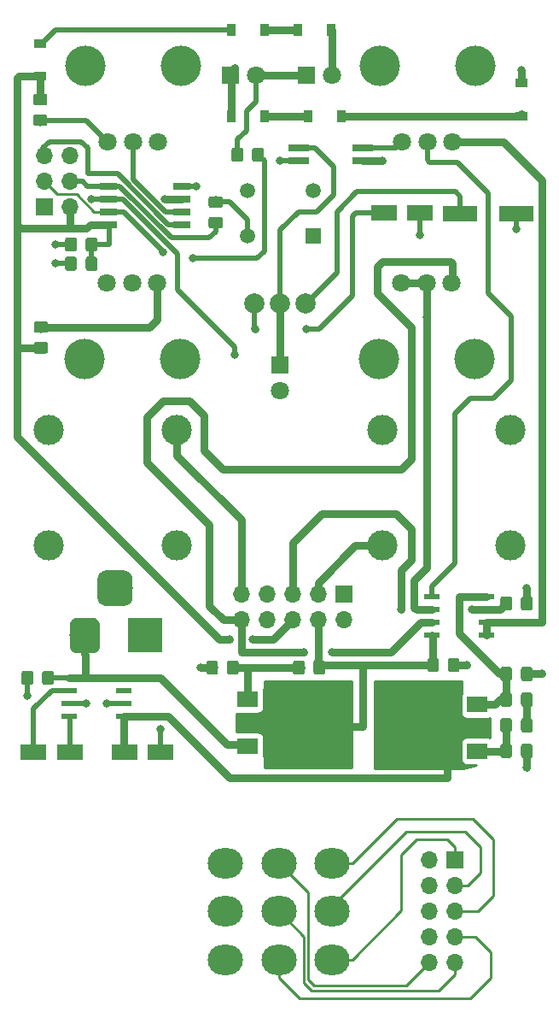
<source format=gbr>
G04 #@! TF.GenerationSoftware,KiCad,Pcbnew,(5.0.0-3-g5ebb6b6)*
G04 #@! TF.CreationDate,2018-11-29T05:39:13+00:00*
G04 #@! TF.ProjectId,Atomizer,41746F6D697A65722E6B696361645F70,rev?*
G04 #@! TF.SameCoordinates,Original*
G04 #@! TF.FileFunction,Copper,L1,Top,Signal*
G04 #@! TF.FilePolarity,Positive*
%FSLAX46Y46*%
G04 Gerber Fmt 4.6, Leading zero omitted, Abs format (unit mm)*
G04 Created by KiCad (PCBNEW (5.0.0-3-g5ebb6b6)) date Thursday, 29 November 2018 at 05:39:13*
%MOMM*%
%LPD*%
G01*
G04 APERTURE LIST*
G04 #@! TA.AperFunction,ComponentPad*
%ADD10C,3.000000*%
G04 #@! TD*
G04 #@! TA.AperFunction,SMDPad,CuDef*
%ADD11R,1.700000X0.650000*%
G04 #@! TD*
G04 #@! TA.AperFunction,WasherPad*
%ADD12C,4.000000*%
G04 #@! TD*
G04 #@! TA.AperFunction,ComponentPad*
%ADD13C,1.800000*%
G04 #@! TD*
G04 #@! TA.AperFunction,ComponentPad*
%ADD14O,1.700000X1.700000*%
G04 #@! TD*
G04 #@! TA.AperFunction,ComponentPad*
%ADD15R,1.700000X1.700000*%
G04 #@! TD*
G04 #@! TA.AperFunction,ComponentPad*
%ADD16O,3.500000X3.000000*%
G04 #@! TD*
G04 #@! TA.AperFunction,ComponentPad*
%ADD17R,1.800000X1.800000*%
G04 #@! TD*
G04 #@! TA.AperFunction,SMDPad,CuDef*
%ADD18R,2.000000X1.500000*%
G04 #@! TD*
G04 #@! TA.AperFunction,SMDPad,CuDef*
%ADD19R,2.000000X3.800000*%
G04 #@! TD*
G04 #@! TA.AperFunction,Conductor*
%ADD20C,0.100000*%
G04 #@! TD*
G04 #@! TA.AperFunction,SMDPad,CuDef*
%ADD21C,1.150000*%
G04 #@! TD*
G04 #@! TA.AperFunction,ComponentPad*
%ADD22R,3.500000X3.500000*%
G04 #@! TD*
G04 #@! TA.AperFunction,ComponentPad*
%ADD23C,3.500000*%
G04 #@! TD*
G04 #@! TA.AperFunction,SMDPad,CuDef*
%ADD24R,1.550000X0.600000*%
G04 #@! TD*
G04 #@! TA.AperFunction,SMDPad,CuDef*
%ADD25R,2.600000X1.600000*%
G04 #@! TD*
G04 #@! TA.AperFunction,SMDPad,CuDef*
%ADD26R,2.000000X0.640000*%
G04 #@! TD*
G04 #@! TA.AperFunction,SMDPad,CuDef*
%ADD27R,3.500000X1.600000*%
G04 #@! TD*
G04 #@! TA.AperFunction,ComponentPad*
%ADD28C,2.000000*%
G04 #@! TD*
G04 #@! TA.AperFunction,ComponentPad*
%ADD29R,1.498000X1.498000*%
G04 #@! TD*
G04 #@! TA.AperFunction,ComponentPad*
%ADD30C,1.498000*%
G04 #@! TD*
G04 #@! TA.AperFunction,SMDPad,CuDef*
%ADD31R,0.900000X1.200000*%
G04 #@! TD*
G04 #@! TA.AperFunction,SMDPad,CuDef*
%ADD32R,1.200000X0.900000*%
G04 #@! TD*
G04 #@! TA.AperFunction,ViaPad*
%ADD33C,0.800000*%
G04 #@! TD*
G04 #@! TA.AperFunction,Conductor*
%ADD34C,0.500000*%
G04 #@! TD*
G04 #@! TA.AperFunction,Conductor*
%ADD35C,0.750000*%
G04 #@! TD*
G04 #@! TA.AperFunction,Conductor*
%ADD36C,0.250000*%
G04 #@! TD*
G04 #@! TA.AperFunction,Conductor*
%ADD37C,0.254000*%
G04 #@! TD*
G04 APERTURE END LIST*
D10*
G04 #@! TO.P,J_IN1,4*
G04 #@! TO.N,/GND*
X103568500Y-123825000D03*
G04 #@! TO.P,J_IN1,3*
X103568500Y-112395000D03*
G04 #@! TO.P,J_IN1,2*
X90868500Y-112395000D03*
G04 #@! TO.P,J_IN1,1*
G04 #@! TO.N,/3PDT_2_EXT*
X90868500Y-123825000D03*
G04 #@! TD*
G04 #@! TO.P,J_OUT1,4*
G04 #@! TO.N,/GND*
X57721500Y-112395000D03*
G04 #@! TO.P,J_OUT1,3*
X57721500Y-123825000D03*
G04 #@! TO.P,J_OUT1,2*
X70421500Y-123825000D03*
G04 #@! TO.P,J_OUT1,1*
G04 #@! TO.N,/3PDT_5_EXT*
X70421500Y-112395000D03*
G04 #@! TD*
D11*
G04 #@! TO.P,U_CLK1,1*
G04 #@! TO.N,/Atomizer_Clock/RESET*
X70960000Y-92075000D03*
G04 #@! TO.P,U_CLK1,2*
G04 #@! TO.N,/Atomizer_Clock/FREQ_ADJ_ON_PIN*
X70960000Y-90805000D03*
G04 #@! TO.P,U_CLK1,3*
G04 #@! TO.N,/Atomizer_Clock/FREQ_ADJ_OFF_PIN*
X70960000Y-89535000D03*
G04 #@! TO.P,U_CLK1,4*
G04 #@! TO.N,/GND*
X70960000Y-88265000D03*
G04 #@! TO.P,U_CLK1,5*
G04 #@! TO.N,/Atomizer_Clock/MODE_BTN_PIN*
X63660000Y-88265000D03*
G04 #@! TO.P,U_CLK1,6*
G04 #@! TO.N,/Atomizer_Clock/CLK_OUT_PIN*
X63660000Y-89535000D03*
G04 #@! TO.P,U_CLK1,7*
G04 #@! TO.N,/Atomizer_Clock/MODE_LED_PIN*
X63660000Y-90805000D03*
G04 #@! TO.P,U_CLK1,8*
G04 #@! TO.N,/3PDT_8_EXT*
X63660000Y-92075000D03*
G04 #@! TD*
D12*
G04 #@! TO.P,P_VOL1,*
G04 #@! TO.N,*
X90460000Y-105290000D03*
X99960000Y-105290000D03*
D13*
G04 #@! TO.P,P_VOL1,1*
G04 #@! TO.N,Net-(P_VOL1-Pad1)*
X92710000Y-97790000D03*
G04 #@! TO.P,P_VOL1,2*
X95210000Y-97790000D03*
G04 #@! TO.P,P_VOL1,3*
G04 #@! TO.N,/3PDT_6_EXT*
X97710000Y-97790000D03*
G04 #@! TD*
G04 #@! TO.P,P_OSCON1,3*
G04 #@! TO.N,Net-(P_OSCON1-Pad3)*
X63580000Y-83820000D03*
G04 #@! TO.P,P_OSCON1,2*
G04 #@! TO.N,/Atomizer_Clock/FREQ_ADJ_ON_PIN*
X66080000Y-83820000D03*
G04 #@! TO.P,P_OSCON1,1*
G04 #@! TO.N,/GND*
X68580000Y-83820000D03*
D12*
G04 #@! TO.P,P_OSCON1,*
G04 #@! TO.N,*
X61330000Y-76320000D03*
X70830000Y-76320000D03*
G04 #@! TD*
D14*
G04 #@! TO.P,J_AUXTOMAIN1,10*
G04 #@! TO.N,N/C*
X95504000Y-154940000D03*
G04 #@! TO.P,J_AUXTOMAIN1,9*
G04 #@! TO.N,/Atomizer_3PDT/3PDT_9_INT*
X95504000Y-157480000D03*
G04 #@! TO.P,J_AUXTOMAIN1,8*
G04 #@! TO.N,/Atomizer_3PDT/3PDT_8_INT*
X95504000Y-160020000D03*
G04 #@! TO.P,J_AUXTOMAIN1,7*
G04 #@! TO.N,/Atomizer_3PDT/3PDT_7_INT*
X95504000Y-162560000D03*
G04 #@! TO.P,J_AUXTOMAIN1,6*
G04 #@! TO.N,/Atomizer_3PDT/3PDT_6_INT*
X95504000Y-165100000D03*
G04 #@! TO.P,J_AUXTOMAIN1,5*
G04 #@! TO.N,/Atomizer_3PDT/3PDT_5_INT*
X98044000Y-165100000D03*
G04 #@! TO.P,J_AUXTOMAIN1,4*
G04 #@! TO.N,/Atomizer_3PDT/3PDT_4_INT*
X98044000Y-162560000D03*
G04 #@! TO.P,J_AUXTOMAIN1,3*
G04 #@! TO.N,/Atomizer_3PDT/3PDT_3_INT*
X98044000Y-160020000D03*
G04 #@! TO.P,J_AUXTOMAIN1,2*
G04 #@! TO.N,/Atomizer_3PDT/3PDT_2_INT*
X98044000Y-157480000D03*
D15*
G04 #@! TO.P,J_AUXTOMAIN1,1*
G04 #@! TO.N,/Atomizer_3PDT/3PDT_1_INT*
X98044000Y-154940000D03*
G04 #@! TD*
D16*
G04 #@! TO.P,SW_EN1,1*
G04 #@! TO.N,/Atomizer_3PDT/3PDT_1_INT*
X85836760Y-164851080D03*
G04 #@! TO.P,SW_EN1,4*
G04 #@! TO.N,/Atomizer_3PDT/3PDT_4_INT*
X80563720Y-164838380D03*
G04 #@! TO.P,SW_EN1,7*
G04 #@! TO.N,/Atomizer_3PDT/3PDT_7_INT*
X75247500Y-164833300D03*
G04 #@! TO.P,SW_EN1,2*
G04 #@! TO.N,/Atomizer_3PDT/3PDT_2_INT*
X85852000Y-160045400D03*
G04 #@! TO.P,SW_EN1,5*
G04 #@! TO.N,/Atomizer_3PDT/3PDT_5_INT*
X80556100Y-160045400D03*
G04 #@! TO.P,SW_EN1,8*
G04 #@! TO.N,/Atomizer_3PDT/3PDT_8_INT*
X75247500Y-160045400D03*
G04 #@! TO.P,SW_EN1,3*
G04 #@! TO.N,/Atomizer_3PDT/3PDT_3_INT*
X85864700Y-155244800D03*
G04 #@! TO.P,SW_EN1,6*
G04 #@! TO.N,/Atomizer_3PDT/3PDT_6_INT*
X80556100Y-155244800D03*
G04 #@! TO.P,SW_EN1,9*
G04 #@! TO.N,/Atomizer_3PDT/3PDT_9_INT*
X75247500Y-155244800D03*
G04 #@! TD*
D17*
G04 #@! TO.P,D_LED1,1*
G04 #@! TO.N,Net-(D_LED1-Pad1)*
X80708741Y-105918000D03*
D13*
G04 #@! TO.P,D_LED1,2*
G04 #@! TO.N,Net-(D_LED1-Pad2)*
X80708741Y-108458000D03*
G04 #@! TD*
D18*
G04 #@! TO.P,U_NREG1,1*
G04 #@! TO.N,Net-(R3-Pad1)*
X100241500Y-144159000D03*
G04 #@! TO.P,U_NREG1,3*
G04 #@! TO.N,-5V*
X100241500Y-139559000D03*
G04 #@! TO.P,U_NREG1,2*
G04 #@! TO.N,-9V*
X100241500Y-141859000D03*
D19*
X93941500Y-141859000D03*
G04 #@! TD*
D20*
G04 #@! TO.N,/3PDT_8_EXT*
G04 #@! TO.C,C_BP1*
G36*
X62334505Y-95186204D02*
X62358773Y-95189804D01*
X62382572Y-95195765D01*
X62405671Y-95204030D01*
X62427850Y-95214520D01*
X62448893Y-95227132D01*
X62468599Y-95241747D01*
X62486777Y-95258223D01*
X62503253Y-95276401D01*
X62517868Y-95296107D01*
X62530480Y-95317150D01*
X62540970Y-95339329D01*
X62549235Y-95362428D01*
X62555196Y-95386227D01*
X62558796Y-95410495D01*
X62560000Y-95434999D01*
X62560000Y-96335001D01*
X62558796Y-96359505D01*
X62555196Y-96383773D01*
X62549235Y-96407572D01*
X62540970Y-96430671D01*
X62530480Y-96452850D01*
X62517868Y-96473893D01*
X62503253Y-96493599D01*
X62486777Y-96511777D01*
X62468599Y-96528253D01*
X62448893Y-96542868D01*
X62427850Y-96555480D01*
X62405671Y-96565970D01*
X62382572Y-96574235D01*
X62358773Y-96580196D01*
X62334505Y-96583796D01*
X62310001Y-96585000D01*
X61659999Y-96585000D01*
X61635495Y-96583796D01*
X61611227Y-96580196D01*
X61587428Y-96574235D01*
X61564329Y-96565970D01*
X61542150Y-96555480D01*
X61521107Y-96542868D01*
X61501401Y-96528253D01*
X61483223Y-96511777D01*
X61466747Y-96493599D01*
X61452132Y-96473893D01*
X61439520Y-96452850D01*
X61429030Y-96430671D01*
X61420765Y-96407572D01*
X61414804Y-96383773D01*
X61411204Y-96359505D01*
X61410000Y-96335001D01*
X61410000Y-95434999D01*
X61411204Y-95410495D01*
X61414804Y-95386227D01*
X61420765Y-95362428D01*
X61429030Y-95339329D01*
X61439520Y-95317150D01*
X61452132Y-95296107D01*
X61466747Y-95276401D01*
X61483223Y-95258223D01*
X61501401Y-95241747D01*
X61521107Y-95227132D01*
X61542150Y-95214520D01*
X61564329Y-95204030D01*
X61587428Y-95195765D01*
X61611227Y-95189804D01*
X61635495Y-95186204D01*
X61659999Y-95185000D01*
X62310001Y-95185000D01*
X62334505Y-95186204D01*
X62334505Y-95186204D01*
G37*
D21*
G04 #@! TD*
G04 #@! TO.P,C_BP1,1*
G04 #@! TO.N,/3PDT_8_EXT*
X61985000Y-95885000D03*
D20*
G04 #@! TO.N,/GND*
G04 #@! TO.C,C_BP1*
G36*
X60284505Y-95186204D02*
X60308773Y-95189804D01*
X60332572Y-95195765D01*
X60355671Y-95204030D01*
X60377850Y-95214520D01*
X60398893Y-95227132D01*
X60418599Y-95241747D01*
X60436777Y-95258223D01*
X60453253Y-95276401D01*
X60467868Y-95296107D01*
X60480480Y-95317150D01*
X60490970Y-95339329D01*
X60499235Y-95362428D01*
X60505196Y-95386227D01*
X60508796Y-95410495D01*
X60510000Y-95434999D01*
X60510000Y-96335001D01*
X60508796Y-96359505D01*
X60505196Y-96383773D01*
X60499235Y-96407572D01*
X60490970Y-96430671D01*
X60480480Y-96452850D01*
X60467868Y-96473893D01*
X60453253Y-96493599D01*
X60436777Y-96511777D01*
X60418599Y-96528253D01*
X60398893Y-96542868D01*
X60377850Y-96555480D01*
X60355671Y-96565970D01*
X60332572Y-96574235D01*
X60308773Y-96580196D01*
X60284505Y-96583796D01*
X60260001Y-96585000D01*
X59609999Y-96585000D01*
X59585495Y-96583796D01*
X59561227Y-96580196D01*
X59537428Y-96574235D01*
X59514329Y-96565970D01*
X59492150Y-96555480D01*
X59471107Y-96542868D01*
X59451401Y-96528253D01*
X59433223Y-96511777D01*
X59416747Y-96493599D01*
X59402132Y-96473893D01*
X59389520Y-96452850D01*
X59379030Y-96430671D01*
X59370765Y-96407572D01*
X59364804Y-96383773D01*
X59361204Y-96359505D01*
X59360000Y-96335001D01*
X59360000Y-95434999D01*
X59361204Y-95410495D01*
X59364804Y-95386227D01*
X59370765Y-95362428D01*
X59379030Y-95339329D01*
X59389520Y-95317150D01*
X59402132Y-95296107D01*
X59416747Y-95276401D01*
X59433223Y-95258223D01*
X59451401Y-95241747D01*
X59471107Y-95227132D01*
X59492150Y-95214520D01*
X59514329Y-95204030D01*
X59537428Y-95195765D01*
X59561227Y-95189804D01*
X59585495Y-95186204D01*
X59609999Y-95185000D01*
X60260001Y-95185000D01*
X60284505Y-95186204D01*
X60284505Y-95186204D01*
G37*
D21*
G04 #@! TD*
G04 #@! TO.P,C_BP1,2*
G04 #@! TO.N,/GND*
X59935000Y-95885000D03*
D20*
G04 #@! TO.N,+5V*
G04 #@! TO.C,C_BP3*
G36*
X96216505Y-134937204D02*
X96240773Y-134940804D01*
X96264572Y-134946765D01*
X96287671Y-134955030D01*
X96309850Y-134965520D01*
X96330893Y-134978132D01*
X96350599Y-134992747D01*
X96368777Y-135009223D01*
X96385253Y-135027401D01*
X96399868Y-135047107D01*
X96412480Y-135068150D01*
X96422970Y-135090329D01*
X96431235Y-135113428D01*
X96437196Y-135137227D01*
X96440796Y-135161495D01*
X96442000Y-135185999D01*
X96442000Y-136086001D01*
X96440796Y-136110505D01*
X96437196Y-136134773D01*
X96431235Y-136158572D01*
X96422970Y-136181671D01*
X96412480Y-136203850D01*
X96399868Y-136224893D01*
X96385253Y-136244599D01*
X96368777Y-136262777D01*
X96350599Y-136279253D01*
X96330893Y-136293868D01*
X96309850Y-136306480D01*
X96287671Y-136316970D01*
X96264572Y-136325235D01*
X96240773Y-136331196D01*
X96216505Y-136334796D01*
X96192001Y-136336000D01*
X95541999Y-136336000D01*
X95517495Y-136334796D01*
X95493227Y-136331196D01*
X95469428Y-136325235D01*
X95446329Y-136316970D01*
X95424150Y-136306480D01*
X95403107Y-136293868D01*
X95383401Y-136279253D01*
X95365223Y-136262777D01*
X95348747Y-136244599D01*
X95334132Y-136224893D01*
X95321520Y-136203850D01*
X95311030Y-136181671D01*
X95302765Y-136158572D01*
X95296804Y-136134773D01*
X95293204Y-136110505D01*
X95292000Y-136086001D01*
X95292000Y-135185999D01*
X95293204Y-135161495D01*
X95296804Y-135137227D01*
X95302765Y-135113428D01*
X95311030Y-135090329D01*
X95321520Y-135068150D01*
X95334132Y-135047107D01*
X95348747Y-135027401D01*
X95365223Y-135009223D01*
X95383401Y-134992747D01*
X95403107Y-134978132D01*
X95424150Y-134965520D01*
X95446329Y-134955030D01*
X95469428Y-134946765D01*
X95493227Y-134940804D01*
X95517495Y-134937204D01*
X95541999Y-134936000D01*
X96192001Y-134936000D01*
X96216505Y-134937204D01*
X96216505Y-134937204D01*
G37*
D21*
G04 #@! TD*
G04 #@! TO.P,C_BP3,2*
G04 #@! TO.N,+5V*
X95867000Y-135636000D03*
D20*
G04 #@! TO.N,/GND*
G04 #@! TO.C,C_BP3*
G36*
X98266505Y-134937204D02*
X98290773Y-134940804D01*
X98314572Y-134946765D01*
X98337671Y-134955030D01*
X98359850Y-134965520D01*
X98380893Y-134978132D01*
X98400599Y-134992747D01*
X98418777Y-135009223D01*
X98435253Y-135027401D01*
X98449868Y-135047107D01*
X98462480Y-135068150D01*
X98472970Y-135090329D01*
X98481235Y-135113428D01*
X98487196Y-135137227D01*
X98490796Y-135161495D01*
X98492000Y-135185999D01*
X98492000Y-136086001D01*
X98490796Y-136110505D01*
X98487196Y-136134773D01*
X98481235Y-136158572D01*
X98472970Y-136181671D01*
X98462480Y-136203850D01*
X98449868Y-136224893D01*
X98435253Y-136244599D01*
X98418777Y-136262777D01*
X98400599Y-136279253D01*
X98380893Y-136293868D01*
X98359850Y-136306480D01*
X98337671Y-136316970D01*
X98314572Y-136325235D01*
X98290773Y-136331196D01*
X98266505Y-136334796D01*
X98242001Y-136336000D01*
X97591999Y-136336000D01*
X97567495Y-136334796D01*
X97543227Y-136331196D01*
X97519428Y-136325235D01*
X97496329Y-136316970D01*
X97474150Y-136306480D01*
X97453107Y-136293868D01*
X97433401Y-136279253D01*
X97415223Y-136262777D01*
X97398747Y-136244599D01*
X97384132Y-136224893D01*
X97371520Y-136203850D01*
X97361030Y-136181671D01*
X97352765Y-136158572D01*
X97346804Y-136134773D01*
X97343204Y-136110505D01*
X97342000Y-136086001D01*
X97342000Y-135185999D01*
X97343204Y-135161495D01*
X97346804Y-135137227D01*
X97352765Y-135113428D01*
X97361030Y-135090329D01*
X97371520Y-135068150D01*
X97384132Y-135047107D01*
X97398747Y-135027401D01*
X97415223Y-135009223D01*
X97433401Y-134992747D01*
X97453107Y-134978132D01*
X97474150Y-134965520D01*
X97496329Y-134955030D01*
X97519428Y-134946765D01*
X97543227Y-134940804D01*
X97567495Y-134937204D01*
X97591999Y-134936000D01*
X98242001Y-134936000D01*
X98266505Y-134937204D01*
X98266505Y-134937204D01*
G37*
D21*
G04 #@! TD*
G04 #@! TO.P,C_BP3,1*
G04 #@! TO.N,/GND*
X97917000Y-135636000D03*
D20*
G04 #@! TO.N,/GND*
G04 #@! TO.C,C_BP4*
G36*
X105514505Y-135826204D02*
X105538773Y-135829804D01*
X105562572Y-135835765D01*
X105585671Y-135844030D01*
X105607850Y-135854520D01*
X105628893Y-135867132D01*
X105648599Y-135881747D01*
X105666777Y-135898223D01*
X105683253Y-135916401D01*
X105697868Y-135936107D01*
X105710480Y-135957150D01*
X105720970Y-135979329D01*
X105729235Y-136002428D01*
X105735196Y-136026227D01*
X105738796Y-136050495D01*
X105740000Y-136074999D01*
X105740000Y-136975001D01*
X105738796Y-136999505D01*
X105735196Y-137023773D01*
X105729235Y-137047572D01*
X105720970Y-137070671D01*
X105710480Y-137092850D01*
X105697868Y-137113893D01*
X105683253Y-137133599D01*
X105666777Y-137151777D01*
X105648599Y-137168253D01*
X105628893Y-137182868D01*
X105607850Y-137195480D01*
X105585671Y-137205970D01*
X105562572Y-137214235D01*
X105538773Y-137220196D01*
X105514505Y-137223796D01*
X105490001Y-137225000D01*
X104839999Y-137225000D01*
X104815495Y-137223796D01*
X104791227Y-137220196D01*
X104767428Y-137214235D01*
X104744329Y-137205970D01*
X104722150Y-137195480D01*
X104701107Y-137182868D01*
X104681401Y-137168253D01*
X104663223Y-137151777D01*
X104646747Y-137133599D01*
X104632132Y-137113893D01*
X104619520Y-137092850D01*
X104609030Y-137070671D01*
X104600765Y-137047572D01*
X104594804Y-137023773D01*
X104591204Y-136999505D01*
X104590000Y-136975001D01*
X104590000Y-136074999D01*
X104591204Y-136050495D01*
X104594804Y-136026227D01*
X104600765Y-136002428D01*
X104609030Y-135979329D01*
X104619520Y-135957150D01*
X104632132Y-135936107D01*
X104646747Y-135916401D01*
X104663223Y-135898223D01*
X104681401Y-135881747D01*
X104701107Y-135867132D01*
X104722150Y-135854520D01*
X104744329Y-135844030D01*
X104767428Y-135835765D01*
X104791227Y-135829804D01*
X104815495Y-135826204D01*
X104839999Y-135825000D01*
X105490001Y-135825000D01*
X105514505Y-135826204D01*
X105514505Y-135826204D01*
G37*
D21*
G04 #@! TD*
G04 #@! TO.P,C_BP4,2*
G04 #@! TO.N,/GND*
X105165000Y-136525000D03*
D20*
G04 #@! TO.N,-5V*
G04 #@! TO.C,C_BP4*
G36*
X103464505Y-135826204D02*
X103488773Y-135829804D01*
X103512572Y-135835765D01*
X103535671Y-135844030D01*
X103557850Y-135854520D01*
X103578893Y-135867132D01*
X103598599Y-135881747D01*
X103616777Y-135898223D01*
X103633253Y-135916401D01*
X103647868Y-135936107D01*
X103660480Y-135957150D01*
X103670970Y-135979329D01*
X103679235Y-136002428D01*
X103685196Y-136026227D01*
X103688796Y-136050495D01*
X103690000Y-136074999D01*
X103690000Y-136975001D01*
X103688796Y-136999505D01*
X103685196Y-137023773D01*
X103679235Y-137047572D01*
X103670970Y-137070671D01*
X103660480Y-137092850D01*
X103647868Y-137113893D01*
X103633253Y-137133599D01*
X103616777Y-137151777D01*
X103598599Y-137168253D01*
X103578893Y-137182868D01*
X103557850Y-137195480D01*
X103535671Y-137205970D01*
X103512572Y-137214235D01*
X103488773Y-137220196D01*
X103464505Y-137223796D01*
X103440001Y-137225000D01*
X102789999Y-137225000D01*
X102765495Y-137223796D01*
X102741227Y-137220196D01*
X102717428Y-137214235D01*
X102694329Y-137205970D01*
X102672150Y-137195480D01*
X102651107Y-137182868D01*
X102631401Y-137168253D01*
X102613223Y-137151777D01*
X102596747Y-137133599D01*
X102582132Y-137113893D01*
X102569520Y-137092850D01*
X102559030Y-137070671D01*
X102550765Y-137047572D01*
X102544804Y-137023773D01*
X102541204Y-136999505D01*
X102540000Y-136975001D01*
X102540000Y-136074999D01*
X102541204Y-136050495D01*
X102544804Y-136026227D01*
X102550765Y-136002428D01*
X102559030Y-135979329D01*
X102569520Y-135957150D01*
X102582132Y-135936107D01*
X102596747Y-135916401D01*
X102613223Y-135898223D01*
X102631401Y-135881747D01*
X102651107Y-135867132D01*
X102672150Y-135854520D01*
X102694329Y-135844030D01*
X102717428Y-135835765D01*
X102741227Y-135829804D01*
X102765495Y-135826204D01*
X102789999Y-135825000D01*
X103440001Y-135825000D01*
X103464505Y-135826204D01*
X103464505Y-135826204D01*
G37*
D21*
G04 #@! TD*
G04 #@! TO.P,C_BP4,1*
G04 #@! TO.N,-5V*
X103115000Y-136525000D03*
D20*
G04 #@! TO.N,/GND*
G04 #@! TO.C,C_BP5*
G36*
X55966505Y-136207204D02*
X55990773Y-136210804D01*
X56014572Y-136216765D01*
X56037671Y-136225030D01*
X56059850Y-136235520D01*
X56080893Y-136248132D01*
X56100599Y-136262747D01*
X56118777Y-136279223D01*
X56135253Y-136297401D01*
X56149868Y-136317107D01*
X56162480Y-136338150D01*
X56172970Y-136360329D01*
X56181235Y-136383428D01*
X56187196Y-136407227D01*
X56190796Y-136431495D01*
X56192000Y-136455999D01*
X56192000Y-137356001D01*
X56190796Y-137380505D01*
X56187196Y-137404773D01*
X56181235Y-137428572D01*
X56172970Y-137451671D01*
X56162480Y-137473850D01*
X56149868Y-137494893D01*
X56135253Y-137514599D01*
X56118777Y-137532777D01*
X56100599Y-137549253D01*
X56080893Y-137563868D01*
X56059850Y-137576480D01*
X56037671Y-137586970D01*
X56014572Y-137595235D01*
X55990773Y-137601196D01*
X55966505Y-137604796D01*
X55942001Y-137606000D01*
X55291999Y-137606000D01*
X55267495Y-137604796D01*
X55243227Y-137601196D01*
X55219428Y-137595235D01*
X55196329Y-137586970D01*
X55174150Y-137576480D01*
X55153107Y-137563868D01*
X55133401Y-137549253D01*
X55115223Y-137532777D01*
X55098747Y-137514599D01*
X55084132Y-137494893D01*
X55071520Y-137473850D01*
X55061030Y-137451671D01*
X55052765Y-137428572D01*
X55046804Y-137404773D01*
X55043204Y-137380505D01*
X55042000Y-137356001D01*
X55042000Y-136455999D01*
X55043204Y-136431495D01*
X55046804Y-136407227D01*
X55052765Y-136383428D01*
X55061030Y-136360329D01*
X55071520Y-136338150D01*
X55084132Y-136317107D01*
X55098747Y-136297401D01*
X55115223Y-136279223D01*
X55133401Y-136262747D01*
X55153107Y-136248132D01*
X55174150Y-136235520D01*
X55196329Y-136225030D01*
X55219428Y-136216765D01*
X55243227Y-136210804D01*
X55267495Y-136207204D01*
X55291999Y-136206000D01*
X55942001Y-136206000D01*
X55966505Y-136207204D01*
X55966505Y-136207204D01*
G37*
D21*
G04 #@! TD*
G04 #@! TO.P,C_BP5,1*
G04 #@! TO.N,/GND*
X55617000Y-136906000D03*
D20*
G04 #@! TO.N,+9V*
G04 #@! TO.C,C_BP5*
G36*
X58016505Y-136207204D02*
X58040773Y-136210804D01*
X58064572Y-136216765D01*
X58087671Y-136225030D01*
X58109850Y-136235520D01*
X58130893Y-136248132D01*
X58150599Y-136262747D01*
X58168777Y-136279223D01*
X58185253Y-136297401D01*
X58199868Y-136317107D01*
X58212480Y-136338150D01*
X58222970Y-136360329D01*
X58231235Y-136383428D01*
X58237196Y-136407227D01*
X58240796Y-136431495D01*
X58242000Y-136455999D01*
X58242000Y-137356001D01*
X58240796Y-137380505D01*
X58237196Y-137404773D01*
X58231235Y-137428572D01*
X58222970Y-137451671D01*
X58212480Y-137473850D01*
X58199868Y-137494893D01*
X58185253Y-137514599D01*
X58168777Y-137532777D01*
X58150599Y-137549253D01*
X58130893Y-137563868D01*
X58109850Y-137576480D01*
X58087671Y-137586970D01*
X58064572Y-137595235D01*
X58040773Y-137601196D01*
X58016505Y-137604796D01*
X57992001Y-137606000D01*
X57341999Y-137606000D01*
X57317495Y-137604796D01*
X57293227Y-137601196D01*
X57269428Y-137595235D01*
X57246329Y-137586970D01*
X57224150Y-137576480D01*
X57203107Y-137563868D01*
X57183401Y-137549253D01*
X57165223Y-137532777D01*
X57148747Y-137514599D01*
X57134132Y-137494893D01*
X57121520Y-137473850D01*
X57111030Y-137451671D01*
X57102765Y-137428572D01*
X57096804Y-137404773D01*
X57093204Y-137380505D01*
X57092000Y-137356001D01*
X57092000Y-136455999D01*
X57093204Y-136431495D01*
X57096804Y-136407227D01*
X57102765Y-136383428D01*
X57111030Y-136360329D01*
X57121520Y-136338150D01*
X57134132Y-136317107D01*
X57148747Y-136297401D01*
X57165223Y-136279223D01*
X57183401Y-136262747D01*
X57203107Y-136248132D01*
X57224150Y-136235520D01*
X57246329Y-136225030D01*
X57269428Y-136216765D01*
X57293227Y-136210804D01*
X57317495Y-136207204D01*
X57341999Y-136206000D01*
X57992001Y-136206000D01*
X58016505Y-136207204D01*
X58016505Y-136207204D01*
G37*
D21*
G04 #@! TD*
G04 #@! TO.P,C_BP5,2*
G04 #@! TO.N,+9V*
X57667000Y-136906000D03*
D22*
G04 #@! TO.P,J_PWR1,1*
G04 #@! TO.N,/GND*
X67310000Y-132715000D03*
D20*
G04 #@! TD*
G04 #@! TO.N,+9V*
G04 #@! TO.C,J_PWR1*
G36*
X62133513Y-130968611D02*
X62206318Y-130979411D01*
X62277714Y-130997295D01*
X62347013Y-131022090D01*
X62413548Y-131053559D01*
X62476678Y-131091398D01*
X62535795Y-131135242D01*
X62590330Y-131184670D01*
X62639758Y-131239205D01*
X62683602Y-131298322D01*
X62721441Y-131361452D01*
X62752910Y-131427987D01*
X62777705Y-131497286D01*
X62795589Y-131568682D01*
X62806389Y-131641487D01*
X62810000Y-131715000D01*
X62810000Y-133715000D01*
X62806389Y-133788513D01*
X62795589Y-133861318D01*
X62777705Y-133932714D01*
X62752910Y-134002013D01*
X62721441Y-134068548D01*
X62683602Y-134131678D01*
X62639758Y-134190795D01*
X62590330Y-134245330D01*
X62535795Y-134294758D01*
X62476678Y-134338602D01*
X62413548Y-134376441D01*
X62347013Y-134407910D01*
X62277714Y-134432705D01*
X62206318Y-134450589D01*
X62133513Y-134461389D01*
X62060000Y-134465000D01*
X60560000Y-134465000D01*
X60486487Y-134461389D01*
X60413682Y-134450589D01*
X60342286Y-134432705D01*
X60272987Y-134407910D01*
X60206452Y-134376441D01*
X60143322Y-134338602D01*
X60084205Y-134294758D01*
X60029670Y-134245330D01*
X59980242Y-134190795D01*
X59936398Y-134131678D01*
X59898559Y-134068548D01*
X59867090Y-134002013D01*
X59842295Y-133932714D01*
X59824411Y-133861318D01*
X59813611Y-133788513D01*
X59810000Y-133715000D01*
X59810000Y-131715000D01*
X59813611Y-131641487D01*
X59824411Y-131568682D01*
X59842295Y-131497286D01*
X59867090Y-131427987D01*
X59898559Y-131361452D01*
X59936398Y-131298322D01*
X59980242Y-131239205D01*
X60029670Y-131184670D01*
X60084205Y-131135242D01*
X60143322Y-131091398D01*
X60206452Y-131053559D01*
X60272987Y-131022090D01*
X60342286Y-130997295D01*
X60413682Y-130979411D01*
X60486487Y-130968611D01*
X60560000Y-130965000D01*
X62060000Y-130965000D01*
X62133513Y-130968611D01*
X62133513Y-130968611D01*
G37*
D10*
G04 #@! TO.P,J_PWR1,2*
G04 #@! TO.N,+9V*
X61310000Y-132715000D03*
D20*
G04 #@! TD*
G04 #@! TO.N,N/C*
G04 #@! TO.C,J_PWR1*
G36*
X65270765Y-126269213D02*
X65355704Y-126281813D01*
X65438999Y-126302677D01*
X65519848Y-126331605D01*
X65597472Y-126368319D01*
X65671124Y-126412464D01*
X65740094Y-126463616D01*
X65803718Y-126521282D01*
X65861384Y-126584906D01*
X65912536Y-126653876D01*
X65956681Y-126727528D01*
X65993395Y-126805152D01*
X66022323Y-126886001D01*
X66043187Y-126969296D01*
X66055787Y-127054235D01*
X66060000Y-127140000D01*
X66060000Y-128890000D01*
X66055787Y-128975765D01*
X66043187Y-129060704D01*
X66022323Y-129143999D01*
X65993395Y-129224848D01*
X65956681Y-129302472D01*
X65912536Y-129376124D01*
X65861384Y-129445094D01*
X65803718Y-129508718D01*
X65740094Y-129566384D01*
X65671124Y-129617536D01*
X65597472Y-129661681D01*
X65519848Y-129698395D01*
X65438999Y-129727323D01*
X65355704Y-129748187D01*
X65270765Y-129760787D01*
X65185000Y-129765000D01*
X63435000Y-129765000D01*
X63349235Y-129760787D01*
X63264296Y-129748187D01*
X63181001Y-129727323D01*
X63100152Y-129698395D01*
X63022528Y-129661681D01*
X62948876Y-129617536D01*
X62879906Y-129566384D01*
X62816282Y-129508718D01*
X62758616Y-129445094D01*
X62707464Y-129376124D01*
X62663319Y-129302472D01*
X62626605Y-129224848D01*
X62597677Y-129143999D01*
X62576813Y-129060704D01*
X62564213Y-128975765D01*
X62560000Y-128890000D01*
X62560000Y-127140000D01*
X62564213Y-127054235D01*
X62576813Y-126969296D01*
X62597677Y-126886001D01*
X62626605Y-126805152D01*
X62663319Y-126727528D01*
X62707464Y-126653876D01*
X62758616Y-126584906D01*
X62816282Y-126521282D01*
X62879906Y-126463616D01*
X62948876Y-126412464D01*
X63022528Y-126368319D01*
X63100152Y-126331605D01*
X63181001Y-126302677D01*
X63264296Y-126281813D01*
X63349235Y-126269213D01*
X63435000Y-126265000D01*
X65185000Y-126265000D01*
X65270765Y-126269213D01*
X65270765Y-126269213D01*
G37*
D23*
G04 #@! TO.P,J_PWR1,3*
G04 #@! TO.N,N/C*
X64310000Y-128015000D03*
G04 #@! TD*
D13*
G04 #@! TO.P,P_DEPTH1,3*
G04 #@! TO.N,/Atomizer_Clock/CLK_OUT*
X92790000Y-83820000D03*
G04 #@! TO.P,P_DEPTH1,2*
G04 #@! TO.N,Net-(P_DEPTH1-Pad2)*
X95290000Y-83820000D03*
G04 #@! TO.P,P_DEPTH1,1*
G04 #@! TO.N,Net-(P_DEPTH1-Pad1)*
X97790000Y-83820000D03*
D12*
G04 #@! TO.P,P_DEPTH1,*
G04 #@! TO.N,*
X90540000Y-76320000D03*
X100040000Y-76320000D03*
G04 #@! TD*
D20*
G04 #@! TO.N,/GND*
G04 #@! TO.C,R1*
G36*
X74305305Y-135191204D02*
X74329573Y-135194804D01*
X74353372Y-135200765D01*
X74376471Y-135209030D01*
X74398650Y-135219520D01*
X74419693Y-135232132D01*
X74439399Y-135246747D01*
X74457577Y-135263223D01*
X74474053Y-135281401D01*
X74488668Y-135301107D01*
X74501280Y-135322150D01*
X74511770Y-135344329D01*
X74520035Y-135367428D01*
X74525996Y-135391227D01*
X74529596Y-135415495D01*
X74530800Y-135439999D01*
X74530800Y-136340001D01*
X74529596Y-136364505D01*
X74525996Y-136388773D01*
X74520035Y-136412572D01*
X74511770Y-136435671D01*
X74501280Y-136457850D01*
X74488668Y-136478893D01*
X74474053Y-136498599D01*
X74457577Y-136516777D01*
X74439399Y-136533253D01*
X74419693Y-136547868D01*
X74398650Y-136560480D01*
X74376471Y-136570970D01*
X74353372Y-136579235D01*
X74329573Y-136585196D01*
X74305305Y-136588796D01*
X74280801Y-136590000D01*
X73630799Y-136590000D01*
X73606295Y-136588796D01*
X73582027Y-136585196D01*
X73558228Y-136579235D01*
X73535129Y-136570970D01*
X73512950Y-136560480D01*
X73491907Y-136547868D01*
X73472201Y-136533253D01*
X73454023Y-136516777D01*
X73437547Y-136498599D01*
X73422932Y-136478893D01*
X73410320Y-136457850D01*
X73399830Y-136435671D01*
X73391565Y-136412572D01*
X73385604Y-136388773D01*
X73382004Y-136364505D01*
X73380800Y-136340001D01*
X73380800Y-135439999D01*
X73382004Y-135415495D01*
X73385604Y-135391227D01*
X73391565Y-135367428D01*
X73399830Y-135344329D01*
X73410320Y-135322150D01*
X73422932Y-135301107D01*
X73437547Y-135281401D01*
X73454023Y-135263223D01*
X73472201Y-135246747D01*
X73491907Y-135232132D01*
X73512950Y-135219520D01*
X73535129Y-135209030D01*
X73558228Y-135200765D01*
X73582027Y-135194804D01*
X73606295Y-135191204D01*
X73630799Y-135190000D01*
X74280801Y-135190000D01*
X74305305Y-135191204D01*
X74305305Y-135191204D01*
G37*
D21*
G04 #@! TD*
G04 #@! TO.P,R1,2*
G04 #@! TO.N,/GND*
X73955800Y-135890000D03*
D20*
G04 #@! TO.N,Net-(R1-Pad1)*
G04 #@! TO.C,R1*
G36*
X76355305Y-135191204D02*
X76379573Y-135194804D01*
X76403372Y-135200765D01*
X76426471Y-135209030D01*
X76448650Y-135219520D01*
X76469693Y-135232132D01*
X76489399Y-135246747D01*
X76507577Y-135263223D01*
X76524053Y-135281401D01*
X76538668Y-135301107D01*
X76551280Y-135322150D01*
X76561770Y-135344329D01*
X76570035Y-135367428D01*
X76575996Y-135391227D01*
X76579596Y-135415495D01*
X76580800Y-135439999D01*
X76580800Y-136340001D01*
X76579596Y-136364505D01*
X76575996Y-136388773D01*
X76570035Y-136412572D01*
X76561770Y-136435671D01*
X76551280Y-136457850D01*
X76538668Y-136478893D01*
X76524053Y-136498599D01*
X76507577Y-136516777D01*
X76489399Y-136533253D01*
X76469693Y-136547868D01*
X76448650Y-136560480D01*
X76426471Y-136570970D01*
X76403372Y-136579235D01*
X76379573Y-136585196D01*
X76355305Y-136588796D01*
X76330801Y-136590000D01*
X75680799Y-136590000D01*
X75656295Y-136588796D01*
X75632027Y-136585196D01*
X75608228Y-136579235D01*
X75585129Y-136570970D01*
X75562950Y-136560480D01*
X75541907Y-136547868D01*
X75522201Y-136533253D01*
X75504023Y-136516777D01*
X75487547Y-136498599D01*
X75472932Y-136478893D01*
X75460320Y-136457850D01*
X75449830Y-136435671D01*
X75441565Y-136412572D01*
X75435604Y-136388773D01*
X75432004Y-136364505D01*
X75430800Y-136340001D01*
X75430800Y-135439999D01*
X75432004Y-135415495D01*
X75435604Y-135391227D01*
X75441565Y-135367428D01*
X75449830Y-135344329D01*
X75460320Y-135322150D01*
X75472932Y-135301107D01*
X75487547Y-135281401D01*
X75504023Y-135263223D01*
X75522201Y-135246747D01*
X75541907Y-135232132D01*
X75562950Y-135219520D01*
X75585129Y-135209030D01*
X75608228Y-135200765D01*
X75632027Y-135194804D01*
X75656295Y-135191204D01*
X75680799Y-135190000D01*
X76330801Y-135190000D01*
X76355305Y-135191204D01*
X76355305Y-135191204D01*
G37*
D21*
G04 #@! TD*
G04 #@! TO.P,R1,1*
G04 #@! TO.N,Net-(R1-Pad1)*
X76005800Y-135890000D03*
D20*
G04 #@! TO.N,+5V*
G04 #@! TO.C,R2*
G36*
X84940505Y-135191204D02*
X84964773Y-135194804D01*
X84988572Y-135200765D01*
X85011671Y-135209030D01*
X85033850Y-135219520D01*
X85054893Y-135232132D01*
X85074599Y-135246747D01*
X85092777Y-135263223D01*
X85109253Y-135281401D01*
X85123868Y-135301107D01*
X85136480Y-135322150D01*
X85146970Y-135344329D01*
X85155235Y-135367428D01*
X85161196Y-135391227D01*
X85164796Y-135415495D01*
X85166000Y-135439999D01*
X85166000Y-136340001D01*
X85164796Y-136364505D01*
X85161196Y-136388773D01*
X85155235Y-136412572D01*
X85146970Y-136435671D01*
X85136480Y-136457850D01*
X85123868Y-136478893D01*
X85109253Y-136498599D01*
X85092777Y-136516777D01*
X85074599Y-136533253D01*
X85054893Y-136547868D01*
X85033850Y-136560480D01*
X85011671Y-136570970D01*
X84988572Y-136579235D01*
X84964773Y-136585196D01*
X84940505Y-136588796D01*
X84916001Y-136590000D01*
X84265999Y-136590000D01*
X84241495Y-136588796D01*
X84217227Y-136585196D01*
X84193428Y-136579235D01*
X84170329Y-136570970D01*
X84148150Y-136560480D01*
X84127107Y-136547868D01*
X84107401Y-136533253D01*
X84089223Y-136516777D01*
X84072747Y-136498599D01*
X84058132Y-136478893D01*
X84045520Y-136457850D01*
X84035030Y-136435671D01*
X84026765Y-136412572D01*
X84020804Y-136388773D01*
X84017204Y-136364505D01*
X84016000Y-136340001D01*
X84016000Y-135439999D01*
X84017204Y-135415495D01*
X84020804Y-135391227D01*
X84026765Y-135367428D01*
X84035030Y-135344329D01*
X84045520Y-135322150D01*
X84058132Y-135301107D01*
X84072747Y-135281401D01*
X84089223Y-135263223D01*
X84107401Y-135246747D01*
X84127107Y-135232132D01*
X84148150Y-135219520D01*
X84170329Y-135209030D01*
X84193428Y-135200765D01*
X84217227Y-135194804D01*
X84241495Y-135191204D01*
X84265999Y-135190000D01*
X84916001Y-135190000D01*
X84940505Y-135191204D01*
X84940505Y-135191204D01*
G37*
D21*
G04 #@! TD*
G04 #@! TO.P,R2,1*
G04 #@! TO.N,+5V*
X84591000Y-135890000D03*
D20*
G04 #@! TO.N,Net-(R1-Pad1)*
G04 #@! TO.C,R2*
G36*
X82890505Y-135191204D02*
X82914773Y-135194804D01*
X82938572Y-135200765D01*
X82961671Y-135209030D01*
X82983850Y-135219520D01*
X83004893Y-135232132D01*
X83024599Y-135246747D01*
X83042777Y-135263223D01*
X83059253Y-135281401D01*
X83073868Y-135301107D01*
X83086480Y-135322150D01*
X83096970Y-135344329D01*
X83105235Y-135367428D01*
X83111196Y-135391227D01*
X83114796Y-135415495D01*
X83116000Y-135439999D01*
X83116000Y-136340001D01*
X83114796Y-136364505D01*
X83111196Y-136388773D01*
X83105235Y-136412572D01*
X83096970Y-136435671D01*
X83086480Y-136457850D01*
X83073868Y-136478893D01*
X83059253Y-136498599D01*
X83042777Y-136516777D01*
X83024599Y-136533253D01*
X83004893Y-136547868D01*
X82983850Y-136560480D01*
X82961671Y-136570970D01*
X82938572Y-136579235D01*
X82914773Y-136585196D01*
X82890505Y-136588796D01*
X82866001Y-136590000D01*
X82215999Y-136590000D01*
X82191495Y-136588796D01*
X82167227Y-136585196D01*
X82143428Y-136579235D01*
X82120329Y-136570970D01*
X82098150Y-136560480D01*
X82077107Y-136547868D01*
X82057401Y-136533253D01*
X82039223Y-136516777D01*
X82022747Y-136498599D01*
X82008132Y-136478893D01*
X81995520Y-136457850D01*
X81985030Y-136435671D01*
X81976765Y-136412572D01*
X81970804Y-136388773D01*
X81967204Y-136364505D01*
X81966000Y-136340001D01*
X81966000Y-135439999D01*
X81967204Y-135415495D01*
X81970804Y-135391227D01*
X81976765Y-135367428D01*
X81985030Y-135344329D01*
X81995520Y-135322150D01*
X82008132Y-135301107D01*
X82022747Y-135281401D01*
X82039223Y-135263223D01*
X82057401Y-135246747D01*
X82077107Y-135232132D01*
X82098150Y-135219520D01*
X82120329Y-135209030D01*
X82143428Y-135200765D01*
X82167227Y-135194804D01*
X82191495Y-135191204D01*
X82215999Y-135190000D01*
X82866001Y-135190000D01*
X82890505Y-135191204D01*
X82890505Y-135191204D01*
G37*
D21*
G04 #@! TD*
G04 #@! TO.P,R2,2*
G04 #@! TO.N,Net-(R1-Pad1)*
X82541000Y-135890000D03*
D20*
G04 #@! TO.N,Net-(R3-Pad1)*
G04 #@! TO.C,R3*
G36*
X103464505Y-143446204D02*
X103488773Y-143449804D01*
X103512572Y-143455765D01*
X103535671Y-143464030D01*
X103557850Y-143474520D01*
X103578893Y-143487132D01*
X103598599Y-143501747D01*
X103616777Y-143518223D01*
X103633253Y-143536401D01*
X103647868Y-143556107D01*
X103660480Y-143577150D01*
X103670970Y-143599329D01*
X103679235Y-143622428D01*
X103685196Y-143646227D01*
X103688796Y-143670495D01*
X103690000Y-143694999D01*
X103690000Y-144595001D01*
X103688796Y-144619505D01*
X103685196Y-144643773D01*
X103679235Y-144667572D01*
X103670970Y-144690671D01*
X103660480Y-144712850D01*
X103647868Y-144733893D01*
X103633253Y-144753599D01*
X103616777Y-144771777D01*
X103598599Y-144788253D01*
X103578893Y-144802868D01*
X103557850Y-144815480D01*
X103535671Y-144825970D01*
X103512572Y-144834235D01*
X103488773Y-144840196D01*
X103464505Y-144843796D01*
X103440001Y-144845000D01*
X102789999Y-144845000D01*
X102765495Y-144843796D01*
X102741227Y-144840196D01*
X102717428Y-144834235D01*
X102694329Y-144825970D01*
X102672150Y-144815480D01*
X102651107Y-144802868D01*
X102631401Y-144788253D01*
X102613223Y-144771777D01*
X102596747Y-144753599D01*
X102582132Y-144733893D01*
X102569520Y-144712850D01*
X102559030Y-144690671D01*
X102550765Y-144667572D01*
X102544804Y-144643773D01*
X102541204Y-144619505D01*
X102540000Y-144595001D01*
X102540000Y-143694999D01*
X102541204Y-143670495D01*
X102544804Y-143646227D01*
X102550765Y-143622428D01*
X102559030Y-143599329D01*
X102569520Y-143577150D01*
X102582132Y-143556107D01*
X102596747Y-143536401D01*
X102613223Y-143518223D01*
X102631401Y-143501747D01*
X102651107Y-143487132D01*
X102672150Y-143474520D01*
X102694329Y-143464030D01*
X102717428Y-143455765D01*
X102741227Y-143449804D01*
X102765495Y-143446204D01*
X102789999Y-143445000D01*
X103440001Y-143445000D01*
X103464505Y-143446204D01*
X103464505Y-143446204D01*
G37*
D21*
G04 #@! TD*
G04 #@! TO.P,R3,1*
G04 #@! TO.N,Net-(R3-Pad1)*
X103115000Y-144145000D03*
D20*
G04 #@! TO.N,/GND*
G04 #@! TO.C,R3*
G36*
X105514505Y-143446204D02*
X105538773Y-143449804D01*
X105562572Y-143455765D01*
X105585671Y-143464030D01*
X105607850Y-143474520D01*
X105628893Y-143487132D01*
X105648599Y-143501747D01*
X105666777Y-143518223D01*
X105683253Y-143536401D01*
X105697868Y-143556107D01*
X105710480Y-143577150D01*
X105720970Y-143599329D01*
X105729235Y-143622428D01*
X105735196Y-143646227D01*
X105738796Y-143670495D01*
X105740000Y-143694999D01*
X105740000Y-144595001D01*
X105738796Y-144619505D01*
X105735196Y-144643773D01*
X105729235Y-144667572D01*
X105720970Y-144690671D01*
X105710480Y-144712850D01*
X105697868Y-144733893D01*
X105683253Y-144753599D01*
X105666777Y-144771777D01*
X105648599Y-144788253D01*
X105628893Y-144802868D01*
X105607850Y-144815480D01*
X105585671Y-144825970D01*
X105562572Y-144834235D01*
X105538773Y-144840196D01*
X105514505Y-144843796D01*
X105490001Y-144845000D01*
X104839999Y-144845000D01*
X104815495Y-144843796D01*
X104791227Y-144840196D01*
X104767428Y-144834235D01*
X104744329Y-144825970D01*
X104722150Y-144815480D01*
X104701107Y-144802868D01*
X104681401Y-144788253D01*
X104663223Y-144771777D01*
X104646747Y-144753599D01*
X104632132Y-144733893D01*
X104619520Y-144712850D01*
X104609030Y-144690671D01*
X104600765Y-144667572D01*
X104594804Y-144643773D01*
X104591204Y-144619505D01*
X104590000Y-144595001D01*
X104590000Y-143694999D01*
X104591204Y-143670495D01*
X104594804Y-143646227D01*
X104600765Y-143622428D01*
X104609030Y-143599329D01*
X104619520Y-143577150D01*
X104632132Y-143556107D01*
X104646747Y-143536401D01*
X104663223Y-143518223D01*
X104681401Y-143501747D01*
X104701107Y-143487132D01*
X104722150Y-143474520D01*
X104744329Y-143464030D01*
X104767428Y-143455765D01*
X104791227Y-143449804D01*
X104815495Y-143446204D01*
X104839999Y-143445000D01*
X105490001Y-143445000D01*
X105514505Y-143446204D01*
X105514505Y-143446204D01*
G37*
D21*
G04 #@! TD*
G04 #@! TO.P,R3,2*
G04 #@! TO.N,/GND*
X105165000Y-144145000D03*
D20*
G04 #@! TO.N,Net-(R4-Pad1)*
G04 #@! TO.C,R4*
G36*
X105514505Y-138366204D02*
X105538773Y-138369804D01*
X105562572Y-138375765D01*
X105585671Y-138384030D01*
X105607850Y-138394520D01*
X105628893Y-138407132D01*
X105648599Y-138421747D01*
X105666777Y-138438223D01*
X105683253Y-138456401D01*
X105697868Y-138476107D01*
X105710480Y-138497150D01*
X105720970Y-138519329D01*
X105729235Y-138542428D01*
X105735196Y-138566227D01*
X105738796Y-138590495D01*
X105740000Y-138614999D01*
X105740000Y-139515001D01*
X105738796Y-139539505D01*
X105735196Y-139563773D01*
X105729235Y-139587572D01*
X105720970Y-139610671D01*
X105710480Y-139632850D01*
X105697868Y-139653893D01*
X105683253Y-139673599D01*
X105666777Y-139691777D01*
X105648599Y-139708253D01*
X105628893Y-139722868D01*
X105607850Y-139735480D01*
X105585671Y-139745970D01*
X105562572Y-139754235D01*
X105538773Y-139760196D01*
X105514505Y-139763796D01*
X105490001Y-139765000D01*
X104839999Y-139765000D01*
X104815495Y-139763796D01*
X104791227Y-139760196D01*
X104767428Y-139754235D01*
X104744329Y-139745970D01*
X104722150Y-139735480D01*
X104701107Y-139722868D01*
X104681401Y-139708253D01*
X104663223Y-139691777D01*
X104646747Y-139673599D01*
X104632132Y-139653893D01*
X104619520Y-139632850D01*
X104609030Y-139610671D01*
X104600765Y-139587572D01*
X104594804Y-139563773D01*
X104591204Y-139539505D01*
X104590000Y-139515001D01*
X104590000Y-138614999D01*
X104591204Y-138590495D01*
X104594804Y-138566227D01*
X104600765Y-138542428D01*
X104609030Y-138519329D01*
X104619520Y-138497150D01*
X104632132Y-138476107D01*
X104646747Y-138456401D01*
X104663223Y-138438223D01*
X104681401Y-138421747D01*
X104701107Y-138407132D01*
X104722150Y-138394520D01*
X104744329Y-138384030D01*
X104767428Y-138375765D01*
X104791227Y-138369804D01*
X104815495Y-138366204D01*
X104839999Y-138365000D01*
X105490001Y-138365000D01*
X105514505Y-138366204D01*
X105514505Y-138366204D01*
G37*
D21*
G04 #@! TD*
G04 #@! TO.P,R4,1*
G04 #@! TO.N,Net-(R4-Pad1)*
X105165000Y-139065000D03*
D20*
G04 #@! TO.N,-5V*
G04 #@! TO.C,R4*
G36*
X103464505Y-138366204D02*
X103488773Y-138369804D01*
X103512572Y-138375765D01*
X103535671Y-138384030D01*
X103557850Y-138394520D01*
X103578893Y-138407132D01*
X103598599Y-138421747D01*
X103616777Y-138438223D01*
X103633253Y-138456401D01*
X103647868Y-138476107D01*
X103660480Y-138497150D01*
X103670970Y-138519329D01*
X103679235Y-138542428D01*
X103685196Y-138566227D01*
X103688796Y-138590495D01*
X103690000Y-138614999D01*
X103690000Y-139515001D01*
X103688796Y-139539505D01*
X103685196Y-139563773D01*
X103679235Y-139587572D01*
X103670970Y-139610671D01*
X103660480Y-139632850D01*
X103647868Y-139653893D01*
X103633253Y-139673599D01*
X103616777Y-139691777D01*
X103598599Y-139708253D01*
X103578893Y-139722868D01*
X103557850Y-139735480D01*
X103535671Y-139745970D01*
X103512572Y-139754235D01*
X103488773Y-139760196D01*
X103464505Y-139763796D01*
X103440001Y-139765000D01*
X102789999Y-139765000D01*
X102765495Y-139763796D01*
X102741227Y-139760196D01*
X102717428Y-139754235D01*
X102694329Y-139745970D01*
X102672150Y-139735480D01*
X102651107Y-139722868D01*
X102631401Y-139708253D01*
X102613223Y-139691777D01*
X102596747Y-139673599D01*
X102582132Y-139653893D01*
X102569520Y-139632850D01*
X102559030Y-139610671D01*
X102550765Y-139587572D01*
X102544804Y-139563773D01*
X102541204Y-139539505D01*
X102540000Y-139515001D01*
X102540000Y-138614999D01*
X102541204Y-138590495D01*
X102544804Y-138566227D01*
X102550765Y-138542428D01*
X102559030Y-138519329D01*
X102569520Y-138497150D01*
X102582132Y-138476107D01*
X102596747Y-138456401D01*
X102613223Y-138438223D01*
X102631401Y-138421747D01*
X102651107Y-138407132D01*
X102672150Y-138394520D01*
X102694329Y-138384030D01*
X102717428Y-138375765D01*
X102741227Y-138369804D01*
X102765495Y-138366204D01*
X102789999Y-138365000D01*
X103440001Y-138365000D01*
X103464505Y-138366204D01*
X103464505Y-138366204D01*
G37*
D21*
G04 #@! TD*
G04 #@! TO.P,R4,2*
G04 #@! TO.N,-5V*
X103115000Y-139065000D03*
D20*
G04 #@! TO.N,Net-(R3-Pad1)*
G04 #@! TO.C,R5*
G36*
X103464505Y-140906204D02*
X103488773Y-140909804D01*
X103512572Y-140915765D01*
X103535671Y-140924030D01*
X103557850Y-140934520D01*
X103578893Y-140947132D01*
X103598599Y-140961747D01*
X103616777Y-140978223D01*
X103633253Y-140996401D01*
X103647868Y-141016107D01*
X103660480Y-141037150D01*
X103670970Y-141059329D01*
X103679235Y-141082428D01*
X103685196Y-141106227D01*
X103688796Y-141130495D01*
X103690000Y-141154999D01*
X103690000Y-142055001D01*
X103688796Y-142079505D01*
X103685196Y-142103773D01*
X103679235Y-142127572D01*
X103670970Y-142150671D01*
X103660480Y-142172850D01*
X103647868Y-142193893D01*
X103633253Y-142213599D01*
X103616777Y-142231777D01*
X103598599Y-142248253D01*
X103578893Y-142262868D01*
X103557850Y-142275480D01*
X103535671Y-142285970D01*
X103512572Y-142294235D01*
X103488773Y-142300196D01*
X103464505Y-142303796D01*
X103440001Y-142305000D01*
X102789999Y-142305000D01*
X102765495Y-142303796D01*
X102741227Y-142300196D01*
X102717428Y-142294235D01*
X102694329Y-142285970D01*
X102672150Y-142275480D01*
X102651107Y-142262868D01*
X102631401Y-142248253D01*
X102613223Y-142231777D01*
X102596747Y-142213599D01*
X102582132Y-142193893D01*
X102569520Y-142172850D01*
X102559030Y-142150671D01*
X102550765Y-142127572D01*
X102544804Y-142103773D01*
X102541204Y-142079505D01*
X102540000Y-142055001D01*
X102540000Y-141154999D01*
X102541204Y-141130495D01*
X102544804Y-141106227D01*
X102550765Y-141082428D01*
X102559030Y-141059329D01*
X102569520Y-141037150D01*
X102582132Y-141016107D01*
X102596747Y-140996401D01*
X102613223Y-140978223D01*
X102631401Y-140961747D01*
X102651107Y-140947132D01*
X102672150Y-140934520D01*
X102694329Y-140924030D01*
X102717428Y-140915765D01*
X102741227Y-140909804D01*
X102765495Y-140906204D01*
X102789999Y-140905000D01*
X103440001Y-140905000D01*
X103464505Y-140906204D01*
X103464505Y-140906204D01*
G37*
D21*
G04 #@! TD*
G04 #@! TO.P,R5,2*
G04 #@! TO.N,Net-(R3-Pad1)*
X103115000Y-141605000D03*
D20*
G04 #@! TO.N,Net-(R4-Pad1)*
G04 #@! TO.C,R5*
G36*
X105514505Y-140906204D02*
X105538773Y-140909804D01*
X105562572Y-140915765D01*
X105585671Y-140924030D01*
X105607850Y-140934520D01*
X105628893Y-140947132D01*
X105648599Y-140961747D01*
X105666777Y-140978223D01*
X105683253Y-140996401D01*
X105697868Y-141016107D01*
X105710480Y-141037150D01*
X105720970Y-141059329D01*
X105729235Y-141082428D01*
X105735196Y-141106227D01*
X105738796Y-141130495D01*
X105740000Y-141154999D01*
X105740000Y-142055001D01*
X105738796Y-142079505D01*
X105735196Y-142103773D01*
X105729235Y-142127572D01*
X105720970Y-142150671D01*
X105710480Y-142172850D01*
X105697868Y-142193893D01*
X105683253Y-142213599D01*
X105666777Y-142231777D01*
X105648599Y-142248253D01*
X105628893Y-142262868D01*
X105607850Y-142275480D01*
X105585671Y-142285970D01*
X105562572Y-142294235D01*
X105538773Y-142300196D01*
X105514505Y-142303796D01*
X105490001Y-142305000D01*
X104839999Y-142305000D01*
X104815495Y-142303796D01*
X104791227Y-142300196D01*
X104767428Y-142294235D01*
X104744329Y-142285970D01*
X104722150Y-142275480D01*
X104701107Y-142262868D01*
X104681401Y-142248253D01*
X104663223Y-142231777D01*
X104646747Y-142213599D01*
X104632132Y-142193893D01*
X104619520Y-142172850D01*
X104609030Y-142150671D01*
X104600765Y-142127572D01*
X104594804Y-142103773D01*
X104591204Y-142079505D01*
X104590000Y-142055001D01*
X104590000Y-141154999D01*
X104591204Y-141130495D01*
X104594804Y-141106227D01*
X104600765Y-141082428D01*
X104609030Y-141059329D01*
X104619520Y-141037150D01*
X104632132Y-141016107D01*
X104646747Y-140996401D01*
X104663223Y-140978223D01*
X104681401Y-140961747D01*
X104701107Y-140947132D01*
X104722150Y-140934520D01*
X104744329Y-140924030D01*
X104767428Y-140915765D01*
X104791227Y-140909804D01*
X104815495Y-140906204D01*
X104839999Y-140905000D01*
X105490001Y-140905000D01*
X105514505Y-140906204D01*
X105514505Y-140906204D01*
G37*
D21*
G04 #@! TD*
G04 #@! TO.P,R5,1*
G04 #@! TO.N,Net-(R4-Pad1)*
X105165000Y-141605000D03*
D24*
G04 #@! TO.P,U_BUF1,8*
G04 #@! TO.N,+5V*
X95725000Y-132715000D03*
G04 #@! TO.P,U_BUF1,7*
G04 #@! TO.N,/3PDT_6_EXT*
X95725000Y-131445000D03*
G04 #@! TO.P,U_BUF1,6*
G04 #@! TO.N,Net-(P_VOL1-Pad1)*
X95725000Y-130175000D03*
G04 #@! TO.P,U_BUF1,5*
G04 #@! TO.N,Net-(P_DEPTH1-Pad2)*
X95725000Y-128905000D03*
G04 #@! TO.P,U_BUF1,4*
G04 #@! TO.N,-5V*
X101125000Y-128905000D03*
G04 #@! TO.P,U_BUF1,3*
G04 #@! TO.N,/3PDT_3_EXT*
X101125000Y-130175000D03*
G04 #@! TO.P,U_BUF1,2*
G04 #@! TO.N,Net-(P_DEPTH1-Pad1)*
X101125000Y-131445000D03*
G04 #@! TO.P,U_BUF1,1*
X101125000Y-132715000D03*
G04 #@! TD*
D19*
G04 #@! TO.P,U_PREG1,2*
G04 #@! TO.N,+5V*
X83731500Y-141351000D03*
D18*
X77431500Y-141351000D03*
G04 #@! TO.P,U_PREG1,3*
G04 #@! TO.N,+9V*
X77431500Y-143651000D03*
G04 #@! TO.P,U_PREG1,1*
G04 #@! TO.N,Net-(R1-Pad1)*
X77431500Y-139051000D03*
G04 #@! TD*
D25*
G04 #@! TO.P,CP_INV1,2*
G04 #@! TO.N,Net-(CP_INV1-Pad2)*
X59839000Y-144272000D03*
G04 #@! TO.P,CP_INV1,1*
G04 #@! TO.N,Net-(CP_INV1-Pad1)*
X56239000Y-144272000D03*
G04 #@! TD*
G04 #@! TO.P,CP_INV2,1*
G04 #@! TO.N,/GND*
X68856000Y-144272000D03*
G04 #@! TO.P,CP_INV2,2*
G04 #@! TO.N,-9V*
X65256000Y-144272000D03*
G04 #@! TD*
D20*
G04 #@! TO.N,/3PDT_8_EXT*
G04 #@! TO.C,R_OSCOFF1*
G36*
X57434005Y-103638704D02*
X57458273Y-103642304D01*
X57482072Y-103648265D01*
X57505171Y-103656530D01*
X57527350Y-103667020D01*
X57548393Y-103679632D01*
X57568099Y-103694247D01*
X57586277Y-103710723D01*
X57602753Y-103728901D01*
X57617368Y-103748607D01*
X57629980Y-103769650D01*
X57640470Y-103791829D01*
X57648735Y-103814928D01*
X57654696Y-103838727D01*
X57658296Y-103862995D01*
X57659500Y-103887499D01*
X57659500Y-104537501D01*
X57658296Y-104562005D01*
X57654696Y-104586273D01*
X57648735Y-104610072D01*
X57640470Y-104633171D01*
X57629980Y-104655350D01*
X57617368Y-104676393D01*
X57602753Y-104696099D01*
X57586277Y-104714277D01*
X57568099Y-104730753D01*
X57548393Y-104745368D01*
X57527350Y-104757980D01*
X57505171Y-104768470D01*
X57482072Y-104776735D01*
X57458273Y-104782696D01*
X57434005Y-104786296D01*
X57409501Y-104787500D01*
X56509499Y-104787500D01*
X56484995Y-104786296D01*
X56460727Y-104782696D01*
X56436928Y-104776735D01*
X56413829Y-104768470D01*
X56391650Y-104757980D01*
X56370607Y-104745368D01*
X56350901Y-104730753D01*
X56332723Y-104714277D01*
X56316247Y-104696099D01*
X56301632Y-104676393D01*
X56289020Y-104655350D01*
X56278530Y-104633171D01*
X56270265Y-104610072D01*
X56264304Y-104586273D01*
X56260704Y-104562005D01*
X56259500Y-104537501D01*
X56259500Y-103887499D01*
X56260704Y-103862995D01*
X56264304Y-103838727D01*
X56270265Y-103814928D01*
X56278530Y-103791829D01*
X56289020Y-103769650D01*
X56301632Y-103748607D01*
X56316247Y-103728901D01*
X56332723Y-103710723D01*
X56350901Y-103694247D01*
X56370607Y-103679632D01*
X56391650Y-103667020D01*
X56413829Y-103656530D01*
X56436928Y-103648265D01*
X56460727Y-103642304D01*
X56484995Y-103638704D01*
X56509499Y-103637500D01*
X57409501Y-103637500D01*
X57434005Y-103638704D01*
X57434005Y-103638704D01*
G37*
D21*
G04 #@! TD*
G04 #@! TO.P,R_OSCOFF1,2*
G04 #@! TO.N,/3PDT_8_EXT*
X56959500Y-104212500D03*
D20*
G04 #@! TO.N,Net-(P_OSCOFF1-Pad3)*
G04 #@! TO.C,R_OSCOFF1*
G36*
X57434005Y-101588704D02*
X57458273Y-101592304D01*
X57482072Y-101598265D01*
X57505171Y-101606530D01*
X57527350Y-101617020D01*
X57548393Y-101629632D01*
X57568099Y-101644247D01*
X57586277Y-101660723D01*
X57602753Y-101678901D01*
X57617368Y-101698607D01*
X57629980Y-101719650D01*
X57640470Y-101741829D01*
X57648735Y-101764928D01*
X57654696Y-101788727D01*
X57658296Y-101812995D01*
X57659500Y-101837499D01*
X57659500Y-102487501D01*
X57658296Y-102512005D01*
X57654696Y-102536273D01*
X57648735Y-102560072D01*
X57640470Y-102583171D01*
X57629980Y-102605350D01*
X57617368Y-102626393D01*
X57602753Y-102646099D01*
X57586277Y-102664277D01*
X57568099Y-102680753D01*
X57548393Y-102695368D01*
X57527350Y-102707980D01*
X57505171Y-102718470D01*
X57482072Y-102726735D01*
X57458273Y-102732696D01*
X57434005Y-102736296D01*
X57409501Y-102737500D01*
X56509499Y-102737500D01*
X56484995Y-102736296D01*
X56460727Y-102732696D01*
X56436928Y-102726735D01*
X56413829Y-102718470D01*
X56391650Y-102707980D01*
X56370607Y-102695368D01*
X56350901Y-102680753D01*
X56332723Y-102664277D01*
X56316247Y-102646099D01*
X56301632Y-102626393D01*
X56289020Y-102605350D01*
X56278530Y-102583171D01*
X56270265Y-102560072D01*
X56264304Y-102536273D01*
X56260704Y-102512005D01*
X56259500Y-102487501D01*
X56259500Y-101837499D01*
X56260704Y-101812995D01*
X56264304Y-101788727D01*
X56270265Y-101764928D01*
X56278530Y-101741829D01*
X56289020Y-101719650D01*
X56301632Y-101698607D01*
X56316247Y-101678901D01*
X56332723Y-101660723D01*
X56350901Y-101644247D01*
X56370607Y-101629632D01*
X56391650Y-101617020D01*
X56413829Y-101606530D01*
X56436928Y-101598265D01*
X56460727Y-101592304D01*
X56484995Y-101588704D01*
X56509499Y-101587500D01*
X57409501Y-101587500D01*
X57434005Y-101588704D01*
X57434005Y-101588704D01*
G37*
D21*
G04 #@! TD*
G04 #@! TO.P,R_OSCOFF1,1*
G04 #@! TO.N,Net-(P_OSCOFF1-Pad3)*
X56959500Y-102162500D03*
D20*
G04 #@! TO.N,Net-(P_OSCON1-Pad3)*
G04 #@! TO.C,R_OSCON1*
G36*
X57370505Y-81096204D02*
X57394773Y-81099804D01*
X57418572Y-81105765D01*
X57441671Y-81114030D01*
X57463850Y-81124520D01*
X57484893Y-81137132D01*
X57504599Y-81151747D01*
X57522777Y-81168223D01*
X57539253Y-81186401D01*
X57553868Y-81206107D01*
X57566480Y-81227150D01*
X57576970Y-81249329D01*
X57585235Y-81272428D01*
X57591196Y-81296227D01*
X57594796Y-81320495D01*
X57596000Y-81344999D01*
X57596000Y-81995001D01*
X57594796Y-82019505D01*
X57591196Y-82043773D01*
X57585235Y-82067572D01*
X57576970Y-82090671D01*
X57566480Y-82112850D01*
X57553868Y-82133893D01*
X57539253Y-82153599D01*
X57522777Y-82171777D01*
X57504599Y-82188253D01*
X57484893Y-82202868D01*
X57463850Y-82215480D01*
X57441671Y-82225970D01*
X57418572Y-82234235D01*
X57394773Y-82240196D01*
X57370505Y-82243796D01*
X57346001Y-82245000D01*
X56445999Y-82245000D01*
X56421495Y-82243796D01*
X56397227Y-82240196D01*
X56373428Y-82234235D01*
X56350329Y-82225970D01*
X56328150Y-82215480D01*
X56307107Y-82202868D01*
X56287401Y-82188253D01*
X56269223Y-82171777D01*
X56252747Y-82153599D01*
X56238132Y-82133893D01*
X56225520Y-82112850D01*
X56215030Y-82090671D01*
X56206765Y-82067572D01*
X56200804Y-82043773D01*
X56197204Y-82019505D01*
X56196000Y-81995001D01*
X56196000Y-81344999D01*
X56197204Y-81320495D01*
X56200804Y-81296227D01*
X56206765Y-81272428D01*
X56215030Y-81249329D01*
X56225520Y-81227150D01*
X56238132Y-81206107D01*
X56252747Y-81186401D01*
X56269223Y-81168223D01*
X56287401Y-81151747D01*
X56307107Y-81137132D01*
X56328150Y-81124520D01*
X56350329Y-81114030D01*
X56373428Y-81105765D01*
X56397227Y-81099804D01*
X56421495Y-81096204D01*
X56445999Y-81095000D01*
X57346001Y-81095000D01*
X57370505Y-81096204D01*
X57370505Y-81096204D01*
G37*
D21*
G04 #@! TD*
G04 #@! TO.P,R_OSCON1,1*
G04 #@! TO.N,Net-(P_OSCON1-Pad3)*
X56896000Y-81670000D03*
D20*
G04 #@! TO.N,/3PDT_8_EXT*
G04 #@! TO.C,R_OSCON1*
G36*
X57370505Y-79046204D02*
X57394773Y-79049804D01*
X57418572Y-79055765D01*
X57441671Y-79064030D01*
X57463850Y-79074520D01*
X57484893Y-79087132D01*
X57504599Y-79101747D01*
X57522777Y-79118223D01*
X57539253Y-79136401D01*
X57553868Y-79156107D01*
X57566480Y-79177150D01*
X57576970Y-79199329D01*
X57585235Y-79222428D01*
X57591196Y-79246227D01*
X57594796Y-79270495D01*
X57596000Y-79294999D01*
X57596000Y-79945001D01*
X57594796Y-79969505D01*
X57591196Y-79993773D01*
X57585235Y-80017572D01*
X57576970Y-80040671D01*
X57566480Y-80062850D01*
X57553868Y-80083893D01*
X57539253Y-80103599D01*
X57522777Y-80121777D01*
X57504599Y-80138253D01*
X57484893Y-80152868D01*
X57463850Y-80165480D01*
X57441671Y-80175970D01*
X57418572Y-80184235D01*
X57394773Y-80190196D01*
X57370505Y-80193796D01*
X57346001Y-80195000D01*
X56445999Y-80195000D01*
X56421495Y-80193796D01*
X56397227Y-80190196D01*
X56373428Y-80184235D01*
X56350329Y-80175970D01*
X56328150Y-80165480D01*
X56307107Y-80152868D01*
X56287401Y-80138253D01*
X56269223Y-80121777D01*
X56252747Y-80103599D01*
X56238132Y-80083893D01*
X56225520Y-80062850D01*
X56215030Y-80040671D01*
X56206765Y-80017572D01*
X56200804Y-79993773D01*
X56197204Y-79969505D01*
X56196000Y-79945001D01*
X56196000Y-79294999D01*
X56197204Y-79270495D01*
X56200804Y-79246227D01*
X56206765Y-79222428D01*
X56215030Y-79199329D01*
X56225520Y-79177150D01*
X56238132Y-79156107D01*
X56252747Y-79136401D01*
X56269223Y-79118223D01*
X56287401Y-79101747D01*
X56307107Y-79087132D01*
X56328150Y-79074520D01*
X56350329Y-79064030D01*
X56373428Y-79055765D01*
X56397227Y-79049804D01*
X56421495Y-79046204D01*
X56445999Y-79045000D01*
X57346001Y-79045000D01*
X57370505Y-79046204D01*
X57370505Y-79046204D01*
G37*
D21*
G04 #@! TD*
G04 #@! TO.P,R_OSCON1,2*
G04 #@! TO.N,/3PDT_8_EXT*
X56896000Y-79620000D03*
D12*
G04 #@! TO.P,P_OSCOFF1,*
G04 #@! TO.N,*
X61250000Y-105290000D03*
X70750000Y-105290000D03*
D13*
G04 #@! TO.P,P_OSCOFF1,1*
G04 #@! TO.N,/GND*
X63500000Y-97790000D03*
G04 #@! TO.P,P_OSCOFF1,2*
G04 #@! TO.N,/Atomizer_Clock/FREQ_ADJ_OFF_PIN*
X66000000Y-97790000D03*
G04 #@! TO.P,P_OSCOFF1,3*
G04 #@! TO.N,Net-(P_OSCOFF1-Pad3)*
X68500000Y-97790000D03*
G04 #@! TD*
D24*
G04 #@! TO.P,U_INV1,8*
G04 #@! TO.N,+9V*
X65184000Y-136906000D03*
G04 #@! TO.P,U_INV1,7*
G04 #@! TO.N,N/C*
X65184000Y-138176000D03*
G04 #@! TO.P,U_INV1,6*
G04 #@! TO.N,/GND*
X65184000Y-139446000D03*
G04 #@! TO.P,U_INV1,5*
G04 #@! TO.N,-9V*
X65184000Y-140716000D03*
G04 #@! TO.P,U_INV1,4*
G04 #@! TO.N,Net-(CP_INV1-Pad2)*
X59784000Y-140716000D03*
G04 #@! TO.P,U_INV1,3*
G04 #@! TO.N,/GND*
X59784000Y-139446000D03*
G04 #@! TO.P,U_INV1,2*
G04 #@! TO.N,Net-(CP_INV1-Pad1)*
X59784000Y-138176000D03*
G04 #@! TO.P,U_INV1,1*
G04 #@! TO.N,+9V*
X59784000Y-136906000D03*
G04 #@! TD*
D26*
G04 #@! TO.P,U_OPTO1,4*
G04 #@! TO.N,/Atomizer_Clock/CLK_OUT*
X88875000Y-84455000D03*
G04 #@! TO.P,U_OPTO1,3*
G04 #@! TO.N,/GND*
X88875000Y-85725000D03*
G04 #@! TO.P,U_OPTO1,2*
X82575000Y-85725000D03*
G04 #@! TO.P,U_OPTO1,1*
G04 #@! TO.N,Net-(D_LED1-Pad1)*
X82575000Y-84455000D03*
G04 #@! TD*
D25*
G04 #@! TO.P,CP_FAST1,1*
G04 #@! TO.N,Net-(CP_FAST1-Pad1)*
X90973500Y-90868500D03*
G04 #@! TO.P,CP_FAST1,2*
G04 #@! TO.N,/GND*
X94573500Y-90868500D03*
G04 #@! TD*
D27*
G04 #@! TO.P,CP_SLOW1,1*
G04 #@! TO.N,Net-(CP_SLOW1-Pad1)*
X98546000Y-90932000D03*
G04 #@! TO.P,CP_SLOW1,2*
G04 #@! TO.N,/GND*
X104146000Y-90932000D03*
G04 #@! TD*
D28*
G04 #@! TO.P,SW_ATTACK1,2*
G04 #@! TO.N,Net-(D_LED1-Pad1)*
X80708741Y-99822000D03*
G04 #@! TO.P,SW_ATTACK1,3*
G04 #@! TO.N,Net-(CP_SLOW1-Pad1)*
X83248741Y-99822000D03*
G04 #@! TO.P,SW_ATTACK1,1*
G04 #@! TO.N,Net-(CP_FAST1-Pad1)*
X78168741Y-99822000D03*
G04 #@! TD*
D15*
G04 #@! TO.P,J_MAINTOAUX1,1*
G04 #@! TO.N,/3PDT_4_EXT*
X86995000Y-128651000D03*
D14*
G04 #@! TO.P,J_MAINTOAUX1,2*
G04 #@! TO.N,/3PDT_2_EXT*
X84455000Y-128651000D03*
G04 #@! TO.P,J_MAINTOAUX1,3*
G04 #@! TO.N,/3PDT_3_EXT*
X81915000Y-128651000D03*
G04 #@! TO.P,J_MAINTOAUX1,4*
G04 #@! TO.N,/3PDT_4_EXT*
X79375000Y-128651000D03*
G04 #@! TO.P,J_MAINTOAUX1,5*
G04 #@! TO.N,/3PDT_5_EXT*
X76835000Y-128651000D03*
G04 #@! TO.P,J_MAINTOAUX1,6*
G04 #@! TO.N,/3PDT_6_EXT*
X76835000Y-131191000D03*
G04 #@! TO.P,J_MAINTOAUX1,7*
G04 #@! TO.N,N/C*
X79375000Y-131191000D03*
G04 #@! TO.P,J_MAINTOAUX1,8*
G04 #@! TO.N,/3PDT_8_EXT*
X81915000Y-131191000D03*
G04 #@! TO.P,J_MAINTOAUX1,9*
G04 #@! TO.N,+5V*
X84455000Y-131191000D03*
G04 #@! TO.P,J_MAINTOAUX1,10*
G04 #@! TO.N,N/C*
X86995000Y-131191000D03*
G04 #@! TD*
D20*
G04 #@! TO.N,/3PDT_8_EXT*
G04 #@! TO.C,C_BP2*
G36*
X62334505Y-93281204D02*
X62358773Y-93284804D01*
X62382572Y-93290765D01*
X62405671Y-93299030D01*
X62427850Y-93309520D01*
X62448893Y-93322132D01*
X62468599Y-93336747D01*
X62486777Y-93353223D01*
X62503253Y-93371401D01*
X62517868Y-93391107D01*
X62530480Y-93412150D01*
X62540970Y-93434329D01*
X62549235Y-93457428D01*
X62555196Y-93481227D01*
X62558796Y-93505495D01*
X62560000Y-93529999D01*
X62560000Y-94430001D01*
X62558796Y-94454505D01*
X62555196Y-94478773D01*
X62549235Y-94502572D01*
X62540970Y-94525671D01*
X62530480Y-94547850D01*
X62517868Y-94568893D01*
X62503253Y-94588599D01*
X62486777Y-94606777D01*
X62468599Y-94623253D01*
X62448893Y-94637868D01*
X62427850Y-94650480D01*
X62405671Y-94660970D01*
X62382572Y-94669235D01*
X62358773Y-94675196D01*
X62334505Y-94678796D01*
X62310001Y-94680000D01*
X61659999Y-94680000D01*
X61635495Y-94678796D01*
X61611227Y-94675196D01*
X61587428Y-94669235D01*
X61564329Y-94660970D01*
X61542150Y-94650480D01*
X61521107Y-94637868D01*
X61501401Y-94623253D01*
X61483223Y-94606777D01*
X61466747Y-94588599D01*
X61452132Y-94568893D01*
X61439520Y-94547850D01*
X61429030Y-94525671D01*
X61420765Y-94502572D01*
X61414804Y-94478773D01*
X61411204Y-94454505D01*
X61410000Y-94430001D01*
X61410000Y-93529999D01*
X61411204Y-93505495D01*
X61414804Y-93481227D01*
X61420765Y-93457428D01*
X61429030Y-93434329D01*
X61439520Y-93412150D01*
X61452132Y-93391107D01*
X61466747Y-93371401D01*
X61483223Y-93353223D01*
X61501401Y-93336747D01*
X61521107Y-93322132D01*
X61542150Y-93309520D01*
X61564329Y-93299030D01*
X61587428Y-93290765D01*
X61611227Y-93284804D01*
X61635495Y-93281204D01*
X61659999Y-93280000D01*
X62310001Y-93280000D01*
X62334505Y-93281204D01*
X62334505Y-93281204D01*
G37*
D21*
G04 #@! TD*
G04 #@! TO.P,C_BP2,1*
G04 #@! TO.N,/3PDT_8_EXT*
X61985000Y-93980000D03*
D20*
G04 #@! TO.N,/GND*
G04 #@! TO.C,C_BP2*
G36*
X60284505Y-93281204D02*
X60308773Y-93284804D01*
X60332572Y-93290765D01*
X60355671Y-93299030D01*
X60377850Y-93309520D01*
X60398893Y-93322132D01*
X60418599Y-93336747D01*
X60436777Y-93353223D01*
X60453253Y-93371401D01*
X60467868Y-93391107D01*
X60480480Y-93412150D01*
X60490970Y-93434329D01*
X60499235Y-93457428D01*
X60505196Y-93481227D01*
X60508796Y-93505495D01*
X60510000Y-93529999D01*
X60510000Y-94430001D01*
X60508796Y-94454505D01*
X60505196Y-94478773D01*
X60499235Y-94502572D01*
X60490970Y-94525671D01*
X60480480Y-94547850D01*
X60467868Y-94568893D01*
X60453253Y-94588599D01*
X60436777Y-94606777D01*
X60418599Y-94623253D01*
X60398893Y-94637868D01*
X60377850Y-94650480D01*
X60355671Y-94660970D01*
X60332572Y-94669235D01*
X60308773Y-94675196D01*
X60284505Y-94678796D01*
X60260001Y-94680000D01*
X59609999Y-94680000D01*
X59585495Y-94678796D01*
X59561227Y-94675196D01*
X59537428Y-94669235D01*
X59514329Y-94660970D01*
X59492150Y-94650480D01*
X59471107Y-94637868D01*
X59451401Y-94623253D01*
X59433223Y-94606777D01*
X59416747Y-94588599D01*
X59402132Y-94568893D01*
X59389520Y-94547850D01*
X59379030Y-94525671D01*
X59370765Y-94502572D01*
X59364804Y-94478773D01*
X59361204Y-94454505D01*
X59360000Y-94430001D01*
X59360000Y-93529999D01*
X59361204Y-93505495D01*
X59364804Y-93481227D01*
X59370765Y-93457428D01*
X59379030Y-93434329D01*
X59389520Y-93412150D01*
X59402132Y-93391107D01*
X59416747Y-93371401D01*
X59433223Y-93353223D01*
X59451401Y-93336747D01*
X59471107Y-93322132D01*
X59492150Y-93309520D01*
X59514329Y-93299030D01*
X59537428Y-93290765D01*
X59561227Y-93284804D01*
X59585495Y-93281204D01*
X59609999Y-93280000D01*
X60260001Y-93280000D01*
X60284505Y-93281204D01*
X60284505Y-93281204D01*
G37*
D21*
G04 #@! TD*
G04 #@! TO.P,C_BP2,2*
G04 #@! TO.N,/GND*
X59935000Y-93980000D03*
D20*
G04 #@! TO.N,/Atomizer_Clock/MODE_BTN_PIN*
G04 #@! TO.C,R_MODE1*
G36*
X74769505Y-91256204D02*
X74793773Y-91259804D01*
X74817572Y-91265765D01*
X74840671Y-91274030D01*
X74862850Y-91284520D01*
X74883893Y-91297132D01*
X74903599Y-91311747D01*
X74921777Y-91328223D01*
X74938253Y-91346401D01*
X74952868Y-91366107D01*
X74965480Y-91387150D01*
X74975970Y-91409329D01*
X74984235Y-91432428D01*
X74990196Y-91456227D01*
X74993796Y-91480495D01*
X74995000Y-91504999D01*
X74995000Y-92155001D01*
X74993796Y-92179505D01*
X74990196Y-92203773D01*
X74984235Y-92227572D01*
X74975970Y-92250671D01*
X74965480Y-92272850D01*
X74952868Y-92293893D01*
X74938253Y-92313599D01*
X74921777Y-92331777D01*
X74903599Y-92348253D01*
X74883893Y-92362868D01*
X74862850Y-92375480D01*
X74840671Y-92385970D01*
X74817572Y-92394235D01*
X74793773Y-92400196D01*
X74769505Y-92403796D01*
X74745001Y-92405000D01*
X73844999Y-92405000D01*
X73820495Y-92403796D01*
X73796227Y-92400196D01*
X73772428Y-92394235D01*
X73749329Y-92385970D01*
X73727150Y-92375480D01*
X73706107Y-92362868D01*
X73686401Y-92348253D01*
X73668223Y-92331777D01*
X73651747Y-92313599D01*
X73637132Y-92293893D01*
X73624520Y-92272850D01*
X73614030Y-92250671D01*
X73605765Y-92227572D01*
X73599804Y-92203773D01*
X73596204Y-92179505D01*
X73595000Y-92155001D01*
X73595000Y-91504999D01*
X73596204Y-91480495D01*
X73599804Y-91456227D01*
X73605765Y-91432428D01*
X73614030Y-91409329D01*
X73624520Y-91387150D01*
X73637132Y-91366107D01*
X73651747Y-91346401D01*
X73668223Y-91328223D01*
X73686401Y-91311747D01*
X73706107Y-91297132D01*
X73727150Y-91284520D01*
X73749329Y-91274030D01*
X73772428Y-91265765D01*
X73796227Y-91259804D01*
X73820495Y-91256204D01*
X73844999Y-91255000D01*
X74745001Y-91255000D01*
X74769505Y-91256204D01*
X74769505Y-91256204D01*
G37*
D21*
G04 #@! TD*
G04 #@! TO.P,R_MODE1,1*
G04 #@! TO.N,/Atomizer_Clock/MODE_BTN_PIN*
X74295000Y-91830000D03*
D20*
G04 #@! TO.N,Net-(R_MODE1-Pad2)*
G04 #@! TO.C,R_MODE1*
G36*
X74769505Y-89206204D02*
X74793773Y-89209804D01*
X74817572Y-89215765D01*
X74840671Y-89224030D01*
X74862850Y-89234520D01*
X74883893Y-89247132D01*
X74903599Y-89261747D01*
X74921777Y-89278223D01*
X74938253Y-89296401D01*
X74952868Y-89316107D01*
X74965480Y-89337150D01*
X74975970Y-89359329D01*
X74984235Y-89382428D01*
X74990196Y-89406227D01*
X74993796Y-89430495D01*
X74995000Y-89454999D01*
X74995000Y-90105001D01*
X74993796Y-90129505D01*
X74990196Y-90153773D01*
X74984235Y-90177572D01*
X74975970Y-90200671D01*
X74965480Y-90222850D01*
X74952868Y-90243893D01*
X74938253Y-90263599D01*
X74921777Y-90281777D01*
X74903599Y-90298253D01*
X74883893Y-90312868D01*
X74862850Y-90325480D01*
X74840671Y-90335970D01*
X74817572Y-90344235D01*
X74793773Y-90350196D01*
X74769505Y-90353796D01*
X74745001Y-90355000D01*
X73844999Y-90355000D01*
X73820495Y-90353796D01*
X73796227Y-90350196D01*
X73772428Y-90344235D01*
X73749329Y-90335970D01*
X73727150Y-90325480D01*
X73706107Y-90312868D01*
X73686401Y-90298253D01*
X73668223Y-90281777D01*
X73651747Y-90263599D01*
X73637132Y-90243893D01*
X73624520Y-90222850D01*
X73614030Y-90200671D01*
X73605765Y-90177572D01*
X73599804Y-90153773D01*
X73596204Y-90129505D01*
X73595000Y-90105001D01*
X73595000Y-89454999D01*
X73596204Y-89430495D01*
X73599804Y-89406227D01*
X73605765Y-89382428D01*
X73614030Y-89359329D01*
X73624520Y-89337150D01*
X73637132Y-89316107D01*
X73651747Y-89296401D01*
X73668223Y-89278223D01*
X73686401Y-89261747D01*
X73706107Y-89247132D01*
X73727150Y-89234520D01*
X73749329Y-89224030D01*
X73772428Y-89215765D01*
X73796227Y-89209804D01*
X73820495Y-89206204D01*
X73844999Y-89205000D01*
X74745001Y-89205000D01*
X74769505Y-89206204D01*
X74769505Y-89206204D01*
G37*
D21*
G04 #@! TD*
G04 #@! TO.P,R_MODE1,2*
G04 #@! TO.N,Net-(R_MODE1-Pad2)*
X74295000Y-89780000D03*
D15*
G04 #@! TO.P,J_ICSP1,1*
G04 #@! TO.N,/Atomizer_Clock/CLK_OUT_PIN*
X57340500Y-90297000D03*
D14*
G04 #@! TO.P,J_ICSP1,2*
G04 #@! TO.N,/3PDT_8_EXT*
X59880500Y-90297000D03*
G04 #@! TO.P,J_ICSP1,3*
G04 #@! TO.N,/Atomizer_Clock/MODE_LED_PIN*
X57340500Y-87757000D03*
G04 #@! TO.P,J_ICSP1,4*
G04 #@! TO.N,/Atomizer_Clock/MODE_BTN_PIN*
X59880500Y-87757000D03*
G04 #@! TO.P,J_ICSP1,5*
G04 #@! TO.N,/Atomizer_Clock/RESET*
X57340500Y-85217000D03*
G04 #@! TO.P,J_ICSP1,6*
G04 #@! TO.N,/GND*
X59880500Y-85217000D03*
G04 #@! TD*
D20*
G04 #@! TO.N,/3PDT_3_EXT*
G04 #@! TO.C,R_PD1*
G36*
X103464505Y-128841204D02*
X103488773Y-128844804D01*
X103512572Y-128850765D01*
X103535671Y-128859030D01*
X103557850Y-128869520D01*
X103578893Y-128882132D01*
X103598599Y-128896747D01*
X103616777Y-128913223D01*
X103633253Y-128931401D01*
X103647868Y-128951107D01*
X103660480Y-128972150D01*
X103670970Y-128994329D01*
X103679235Y-129017428D01*
X103685196Y-129041227D01*
X103688796Y-129065495D01*
X103690000Y-129089999D01*
X103690000Y-129990001D01*
X103688796Y-130014505D01*
X103685196Y-130038773D01*
X103679235Y-130062572D01*
X103670970Y-130085671D01*
X103660480Y-130107850D01*
X103647868Y-130128893D01*
X103633253Y-130148599D01*
X103616777Y-130166777D01*
X103598599Y-130183253D01*
X103578893Y-130197868D01*
X103557850Y-130210480D01*
X103535671Y-130220970D01*
X103512572Y-130229235D01*
X103488773Y-130235196D01*
X103464505Y-130238796D01*
X103440001Y-130240000D01*
X102789999Y-130240000D01*
X102765495Y-130238796D01*
X102741227Y-130235196D01*
X102717428Y-130229235D01*
X102694329Y-130220970D01*
X102672150Y-130210480D01*
X102651107Y-130197868D01*
X102631401Y-130183253D01*
X102613223Y-130166777D01*
X102596747Y-130148599D01*
X102582132Y-130128893D01*
X102569520Y-130107850D01*
X102559030Y-130085671D01*
X102550765Y-130062572D01*
X102544804Y-130038773D01*
X102541204Y-130014505D01*
X102540000Y-129990001D01*
X102540000Y-129089999D01*
X102541204Y-129065495D01*
X102544804Y-129041227D01*
X102550765Y-129017428D01*
X102559030Y-128994329D01*
X102569520Y-128972150D01*
X102582132Y-128951107D01*
X102596747Y-128931401D01*
X102613223Y-128913223D01*
X102631401Y-128896747D01*
X102651107Y-128882132D01*
X102672150Y-128869520D01*
X102694329Y-128859030D01*
X102717428Y-128850765D01*
X102741227Y-128844804D01*
X102765495Y-128841204D01*
X102789999Y-128840000D01*
X103440001Y-128840000D01*
X103464505Y-128841204D01*
X103464505Y-128841204D01*
G37*
D21*
G04 #@! TD*
G04 #@! TO.P,R_PD1,1*
G04 #@! TO.N,/3PDT_3_EXT*
X103115000Y-129540000D03*
D20*
G04 #@! TO.N,/GND*
G04 #@! TO.C,R_PD1*
G36*
X105514505Y-128841204D02*
X105538773Y-128844804D01*
X105562572Y-128850765D01*
X105585671Y-128859030D01*
X105607850Y-128869520D01*
X105628893Y-128882132D01*
X105648599Y-128896747D01*
X105666777Y-128913223D01*
X105683253Y-128931401D01*
X105697868Y-128951107D01*
X105710480Y-128972150D01*
X105720970Y-128994329D01*
X105729235Y-129017428D01*
X105735196Y-129041227D01*
X105738796Y-129065495D01*
X105740000Y-129089999D01*
X105740000Y-129990001D01*
X105738796Y-130014505D01*
X105735196Y-130038773D01*
X105729235Y-130062572D01*
X105720970Y-130085671D01*
X105710480Y-130107850D01*
X105697868Y-130128893D01*
X105683253Y-130148599D01*
X105666777Y-130166777D01*
X105648599Y-130183253D01*
X105628893Y-130197868D01*
X105607850Y-130210480D01*
X105585671Y-130220970D01*
X105562572Y-130229235D01*
X105538773Y-130235196D01*
X105514505Y-130238796D01*
X105490001Y-130240000D01*
X104839999Y-130240000D01*
X104815495Y-130238796D01*
X104791227Y-130235196D01*
X104767428Y-130229235D01*
X104744329Y-130220970D01*
X104722150Y-130210480D01*
X104701107Y-130197868D01*
X104681401Y-130183253D01*
X104663223Y-130166777D01*
X104646747Y-130148599D01*
X104632132Y-130128893D01*
X104619520Y-130107850D01*
X104609030Y-130085671D01*
X104600765Y-130062572D01*
X104594804Y-130038773D01*
X104591204Y-130014505D01*
X104590000Y-129990001D01*
X104590000Y-129089999D01*
X104591204Y-129065495D01*
X104594804Y-129041227D01*
X104600765Y-129017428D01*
X104609030Y-128994329D01*
X104619520Y-128972150D01*
X104632132Y-128951107D01*
X104646747Y-128931401D01*
X104663223Y-128913223D01*
X104681401Y-128896747D01*
X104701107Y-128882132D01*
X104722150Y-128869520D01*
X104744329Y-128859030D01*
X104767428Y-128850765D01*
X104791227Y-128844804D01*
X104815495Y-128841204D01*
X104839999Y-128840000D01*
X105490001Y-128840000D01*
X105514505Y-128841204D01*
X105514505Y-128841204D01*
G37*
D21*
G04 #@! TD*
G04 #@! TO.P,R_PD1,2*
G04 #@! TO.N,/GND*
X105165000Y-129540000D03*
D29*
G04 #@! TO.P,SW_MODE1,1*
G04 #@! TO.N,N/C*
X83958500Y-93118500D03*
D30*
G04 #@! TO.P,SW_MODE1,3*
G04 #@! TO.N,/GND*
X83958500Y-88618500D03*
G04 #@! TO.P,SW_MODE1,2*
G04 #@! TO.N,Net-(R_MODE1-Pad2)*
X77458500Y-93118500D03*
G04 #@! TO.P,SW_MODE1,4*
G04 #@! TO.N,N/C*
X77458500Y-88618500D03*
G04 #@! TD*
D31*
G04 #@! TO.P,D_HI1,2*
G04 #@! TO.N,Net-(D_HI1-Pad2)*
X75820000Y-81280000D03*
G04 #@! TO.P,D_HI1,1*
G04 #@! TO.N,Net-(D_HI1-Pad1)*
X79120000Y-81280000D03*
G04 #@! TD*
G04 #@! TO.P,D_HI2,1*
G04 #@! TO.N,Net-(D_HI2-Pad1)*
X86740000Y-81280000D03*
G04 #@! TO.P,D_HI2,2*
G04 #@! TO.N,Net-(D_HI1-Pad1)*
X83440000Y-81280000D03*
G04 #@! TD*
D32*
G04 #@! TO.P,D_HI3,2*
G04 #@! TO.N,Net-(D_HI2-Pad1)*
X104648000Y-81279000D03*
G04 #@! TO.P,D_HI3,1*
G04 #@! TO.N,/GND*
X104648000Y-77979000D03*
G04 #@! TD*
D13*
G04 #@! TO.P,D_LEDHI1,2*
G04 #@! TO.N,Net-(D_LEDHI1-Pad2)*
X78295500Y-77216000D03*
D17*
G04 #@! TO.P,D_LEDHI1,1*
G04 #@! TO.N,Net-(D_HI1-Pad2)*
X75755500Y-77216000D03*
G04 #@! TD*
G04 #@! TO.P,D_LEDLO1,1*
G04 #@! TO.N,Net-(D_LEDHI1-Pad2)*
X83312000Y-77216000D03*
D13*
G04 #@! TO.P,D_LEDLO1,2*
G04 #@! TO.N,Net-(D_LEDLO1-Pad2)*
X85852000Y-77216000D03*
G04 #@! TD*
D31*
G04 #@! TO.P,D_LO1,2*
G04 #@! TO.N,Net-(D_LO1-Pad2)*
X82424000Y-72771000D03*
G04 #@! TO.P,D_LO1,1*
G04 #@! TO.N,Net-(D_LEDLO1-Pad2)*
X85724000Y-72771000D03*
G04 #@! TD*
G04 #@! TO.P,D_LO2,1*
G04 #@! TO.N,Net-(D_LO1-Pad2)*
X79120000Y-72771000D03*
G04 #@! TO.P,D_LO2,2*
G04 #@! TO.N,Net-(D_LO2-Pad2)*
X75820000Y-72771000D03*
G04 #@! TD*
D32*
G04 #@! TO.P,D_LO3,1*
G04 #@! TO.N,Net-(D_LO2-Pad2)*
X56896000Y-74042000D03*
G04 #@! TO.P,D_LO3,2*
G04 #@! TO.N,/3PDT_8_EXT*
X56896000Y-77342000D03*
G04 #@! TD*
D20*
G04 #@! TO.N,Net-(D_LEDHI1-Pad2)*
G04 #@! TO.C,R_MLED1*
G36*
X76794505Y-84391204D02*
X76818773Y-84394804D01*
X76842572Y-84400765D01*
X76865671Y-84409030D01*
X76887850Y-84419520D01*
X76908893Y-84432132D01*
X76928599Y-84446747D01*
X76946777Y-84463223D01*
X76963253Y-84481401D01*
X76977868Y-84501107D01*
X76990480Y-84522150D01*
X77000970Y-84544329D01*
X77009235Y-84567428D01*
X77015196Y-84591227D01*
X77018796Y-84615495D01*
X77020000Y-84639999D01*
X77020000Y-85540001D01*
X77018796Y-85564505D01*
X77015196Y-85588773D01*
X77009235Y-85612572D01*
X77000970Y-85635671D01*
X76990480Y-85657850D01*
X76977868Y-85678893D01*
X76963253Y-85698599D01*
X76946777Y-85716777D01*
X76928599Y-85733253D01*
X76908893Y-85747868D01*
X76887850Y-85760480D01*
X76865671Y-85770970D01*
X76842572Y-85779235D01*
X76818773Y-85785196D01*
X76794505Y-85788796D01*
X76770001Y-85790000D01*
X76119999Y-85790000D01*
X76095495Y-85788796D01*
X76071227Y-85785196D01*
X76047428Y-85779235D01*
X76024329Y-85770970D01*
X76002150Y-85760480D01*
X75981107Y-85747868D01*
X75961401Y-85733253D01*
X75943223Y-85716777D01*
X75926747Y-85698599D01*
X75912132Y-85678893D01*
X75899520Y-85657850D01*
X75889030Y-85635671D01*
X75880765Y-85612572D01*
X75874804Y-85588773D01*
X75871204Y-85564505D01*
X75870000Y-85540001D01*
X75870000Y-84639999D01*
X75871204Y-84615495D01*
X75874804Y-84591227D01*
X75880765Y-84567428D01*
X75889030Y-84544329D01*
X75899520Y-84522150D01*
X75912132Y-84501107D01*
X75926747Y-84481401D01*
X75943223Y-84463223D01*
X75961401Y-84446747D01*
X75981107Y-84432132D01*
X76002150Y-84419520D01*
X76024329Y-84409030D01*
X76047428Y-84400765D01*
X76071227Y-84394804D01*
X76095495Y-84391204D01*
X76119999Y-84390000D01*
X76770001Y-84390000D01*
X76794505Y-84391204D01*
X76794505Y-84391204D01*
G37*
D21*
G04 #@! TD*
G04 #@! TO.P,R_MLED1,1*
G04 #@! TO.N,Net-(D_LEDHI1-Pad2)*
X76445000Y-85090000D03*
D20*
G04 #@! TO.N,/Atomizer_Clock/MODE_LED_PIN*
G04 #@! TO.C,R_MLED1*
G36*
X78844505Y-84391204D02*
X78868773Y-84394804D01*
X78892572Y-84400765D01*
X78915671Y-84409030D01*
X78937850Y-84419520D01*
X78958893Y-84432132D01*
X78978599Y-84446747D01*
X78996777Y-84463223D01*
X79013253Y-84481401D01*
X79027868Y-84501107D01*
X79040480Y-84522150D01*
X79050970Y-84544329D01*
X79059235Y-84567428D01*
X79065196Y-84591227D01*
X79068796Y-84615495D01*
X79070000Y-84639999D01*
X79070000Y-85540001D01*
X79068796Y-85564505D01*
X79065196Y-85588773D01*
X79059235Y-85612572D01*
X79050970Y-85635671D01*
X79040480Y-85657850D01*
X79027868Y-85678893D01*
X79013253Y-85698599D01*
X78996777Y-85716777D01*
X78978599Y-85733253D01*
X78958893Y-85747868D01*
X78937850Y-85760480D01*
X78915671Y-85770970D01*
X78892572Y-85779235D01*
X78868773Y-85785196D01*
X78844505Y-85788796D01*
X78820001Y-85790000D01*
X78169999Y-85790000D01*
X78145495Y-85788796D01*
X78121227Y-85785196D01*
X78097428Y-85779235D01*
X78074329Y-85770970D01*
X78052150Y-85760480D01*
X78031107Y-85747868D01*
X78011401Y-85733253D01*
X77993223Y-85716777D01*
X77976747Y-85698599D01*
X77962132Y-85678893D01*
X77949520Y-85657850D01*
X77939030Y-85635671D01*
X77930765Y-85612572D01*
X77924804Y-85588773D01*
X77921204Y-85564505D01*
X77920000Y-85540001D01*
X77920000Y-84639999D01*
X77921204Y-84615495D01*
X77924804Y-84591227D01*
X77930765Y-84567428D01*
X77939030Y-84544329D01*
X77949520Y-84522150D01*
X77962132Y-84501107D01*
X77976747Y-84481401D01*
X77993223Y-84463223D01*
X78011401Y-84446747D01*
X78031107Y-84432132D01*
X78052150Y-84419520D01*
X78074329Y-84409030D01*
X78097428Y-84400765D01*
X78121227Y-84394804D01*
X78145495Y-84391204D01*
X78169999Y-84390000D01*
X78820001Y-84390000D01*
X78844505Y-84391204D01*
X78844505Y-84391204D01*
G37*
D21*
G04 #@! TD*
G04 #@! TO.P,R_MLED1,2*
G04 #@! TO.N,/Atomizer_Clock/MODE_LED_PIN*
X78495000Y-85090000D03*
D33*
G04 #@! TO.N,-9V*
X90551000Y-145415000D03*
X90551000Y-144145000D03*
X90551000Y-142875000D03*
X90551000Y-141605000D03*
X90551000Y-140335000D03*
X90551000Y-139065000D03*
X90551000Y-137795000D03*
X91821000Y-137795000D03*
X91821000Y-139065000D03*
X91821000Y-140335000D03*
X91821000Y-141605000D03*
X91821000Y-142875000D03*
X91821000Y-144145000D03*
X91821000Y-145415000D03*
X93091000Y-145415000D03*
X93091000Y-139065000D03*
X94361000Y-139065000D03*
X94361000Y-137795000D03*
X93091000Y-137795000D03*
X94361000Y-145415000D03*
G04 #@! TO.N,/3PDT_8_EXT*
X75692000Y-133095994D03*
X77978000Y-133096000D03*
G04 #@! TO.N,+5V*
X87249000Y-137795000D03*
X87249000Y-139065000D03*
X87249000Y-140335000D03*
X87249000Y-142875000D03*
X87249000Y-145415000D03*
X85979000Y-145415000D03*
X85979000Y-142875000D03*
X85979000Y-140335000D03*
X85979000Y-139065000D03*
X85979000Y-137795000D03*
X84709000Y-137795000D03*
X83439000Y-137795000D03*
X84709000Y-145415000D03*
X83439000Y-145415000D03*
X87249000Y-144145000D03*
X85979000Y-144145000D03*
G04 #@! TO.N,/3PDT_3_EXT*
X99695000Y-130175000D03*
X92710000Y-130175000D03*
G04 #@! TO.N,/3PDT_6_EXT*
X83058000Y-134366001D03*
X85852000Y-134366000D03*
G04 #@! TO.N,Net-(P_VOL1-Pad1)*
X95210000Y-101155500D03*
G04 #@! TO.N,/GND*
X63500000Y-139446000D03*
X61468000Y-139446000D03*
X68834000Y-141986000D03*
X55617000Y-138675000D03*
X72771000Y-135890000D03*
X104146000Y-92482000D03*
X94551500Y-93091000D03*
X72390000Y-88265000D03*
X58420000Y-95885000D03*
X58420000Y-93980000D03*
X99178000Y-135636000D03*
X106680000Y-136525000D03*
X105156000Y-128016000D03*
X90805000Y-85725000D03*
X80645000Y-85725000D03*
X104648000Y-76708000D03*
X105156000Y-145796000D03*
G04 #@! TO.N,Net-(CP_FAST1-Pad1)*
X78232000Y-102361994D03*
X83312000Y-102362000D03*
G04 #@! TO.N,/Atomizer_Clock/FREQ_ADJ_OFF_PIN*
X69255970Y-89494030D03*
G04 #@! TO.N,/Atomizer_Clock/CLK_OUT_PIN*
X76200000Y-104902000D03*
X61980659Y-89466839D03*
G04 #@! TO.N,/Atomizer_Clock/MODE_LED_PIN*
X72009000Y-95377000D03*
X69111717Y-94723849D03*
G04 #@! TD*
D34*
G04 #@! TO.N,-9V*
X93980000Y-141986000D02*
X93941500Y-141947500D01*
X93941500Y-141947500D02*
X93941500Y-141859000D01*
X65184000Y-144200000D02*
X65256000Y-144272000D01*
D35*
X65184000Y-140716000D02*
X65184000Y-144200000D01*
D34*
X94615000Y-141859000D02*
X93941500Y-141859000D01*
D35*
X97409000Y-141859000D02*
X100241500Y-141859000D01*
X97282000Y-141986000D02*
X97409000Y-141859000D01*
X97282000Y-146812000D02*
X97282000Y-141224000D01*
X75692000Y-146812000D02*
X97282000Y-146812000D01*
X69596000Y-140716000D02*
X75692000Y-146812000D01*
X65184000Y-140716000D02*
X69596000Y-140716000D01*
G04 #@! TO.N,/3PDT_8_EXT*
X54610000Y-101917500D02*
X54599790Y-101907290D01*
X54599790Y-101907290D02*
X54599790Y-99885500D01*
X54599790Y-101282500D02*
X54599790Y-99885500D01*
X54599790Y-99885500D02*
X54599790Y-96710500D01*
X56959500Y-104212500D02*
X54682500Y-104212500D01*
X54682500Y-104212500D02*
X54610000Y-104140000D01*
X54610000Y-104140000D02*
X54610000Y-101917500D01*
X54599790Y-88318290D02*
X54610000Y-88308080D01*
X54610000Y-88308080D02*
X54610000Y-81597500D01*
X54599790Y-88709500D02*
X54599790Y-88318290D01*
X54599790Y-92011500D02*
X54599790Y-88709500D01*
X54599790Y-96710500D02*
X54599790Y-92011500D01*
X54980790Y-92392500D02*
X54599790Y-92011500D01*
X59880500Y-90297000D02*
X59880500Y-91499081D01*
X59880500Y-91499081D02*
X59880500Y-92392500D01*
X59880500Y-92392500D02*
X54980790Y-92392500D01*
X61849000Y-92011500D02*
X63533000Y-92011500D01*
X61468000Y-92392500D02*
X61849000Y-92011500D01*
X61468000Y-92392500D02*
X59880500Y-92392500D01*
D34*
X63745000Y-92160000D02*
X63660000Y-92075000D01*
X63745000Y-93980000D02*
X63745000Y-92160000D01*
X61985000Y-93980000D02*
X63745000Y-93980000D01*
X61985000Y-95885000D02*
X61985000Y-93980000D01*
D35*
X54610000Y-83566000D02*
X54610000Y-77470000D01*
X56896000Y-79620000D02*
X56896000Y-77342000D01*
D34*
X54738000Y-77342000D02*
X54610000Y-77470000D01*
D35*
X56896000Y-77342000D02*
X54738000Y-77342000D01*
X74676000Y-133096000D02*
X54610000Y-113030000D01*
X54610000Y-113030000D02*
X54610000Y-104140000D01*
X75692000Y-133096000D02*
X74676000Y-133096000D01*
X78543685Y-133096000D02*
X77978000Y-133096000D01*
X81915000Y-131191000D02*
X80010000Y-133096000D01*
X80010000Y-133096000D02*
X78543685Y-133096000D01*
D34*
G04 #@! TO.N,+5V*
X76932500Y-140852000D02*
X77431500Y-141351000D01*
X83952500Y-141572000D02*
X83731500Y-141351000D01*
X83731500Y-142913500D02*
X83820000Y-143002000D01*
X83731500Y-141351000D02*
X83731500Y-142913500D01*
D35*
X85382500Y-143002000D02*
X83731500Y-141351000D01*
X84455000Y-135255000D02*
X84455000Y-132842000D01*
X88900000Y-141732000D02*
X85382500Y-141732000D01*
X84582000Y-135636000D02*
X88900000Y-135636000D01*
X88900000Y-135636000D02*
X88900000Y-141732000D01*
X84328000Y-135382000D02*
X84582000Y-135636000D01*
X84455000Y-131191000D02*
X84582000Y-131064000D01*
X84455000Y-132842000D02*
X84455000Y-131191000D01*
X84455000Y-132842000D02*
X84455000Y-133985000D01*
X88900000Y-135636000D02*
X95867000Y-135636000D01*
X95867000Y-132857000D02*
X95725000Y-132715000D01*
X95867000Y-135636000D02*
X95867000Y-132857000D01*
D34*
G04 #@! TO.N,-5V*
X100481500Y-139319000D02*
X100241500Y-139559000D01*
D35*
X101991500Y-139559000D02*
X100241500Y-139559000D01*
X102485500Y-139065000D02*
X101991500Y-139559000D01*
X103115000Y-139065000D02*
X102485500Y-139065000D01*
X103115000Y-139065000D02*
X103115000Y-136525000D01*
X98425000Y-128905000D02*
X101125000Y-128905000D01*
X103115000Y-136525000D02*
X102440000Y-136525000D01*
X102440000Y-136525000D02*
X98425000Y-132510000D01*
X98425000Y-132510000D02*
X98425000Y-128905000D01*
D34*
G04 #@! TO.N,+9V*
X77417500Y-143637000D02*
X77431500Y-143651000D01*
D35*
X62484000Y-136906000D02*
X65184000Y-136906000D01*
X65184000Y-136906000D02*
X67310000Y-136906000D01*
D34*
X57667000Y-136906000D02*
X59784000Y-136906000D01*
D35*
X75579000Y-143510000D02*
X77431500Y-143510000D01*
X68834000Y-136906000D02*
X75438000Y-143510000D01*
X67310000Y-136906000D02*
X68834000Y-136906000D01*
X61341000Y-134596000D02*
X61341000Y-136906000D01*
X61310000Y-134565000D02*
X61341000Y-134596000D01*
X61310000Y-132715000D02*
X61310000Y-134565000D01*
X61341000Y-136906000D02*
X62484000Y-136906000D01*
X59784000Y-136906000D02*
X61341000Y-136906000D01*
D34*
G04 #@! TO.N,/3PDT_2_EXT*
X90868500Y-123888500D02*
X90868500Y-123825000D01*
D35*
X84455000Y-127508000D02*
X84455000Y-128651000D01*
X88138000Y-123825000D02*
X84455000Y-127508000D01*
X90868500Y-123825000D02*
X88138000Y-123825000D01*
G04 #@! TO.N,/3PDT_3_EXT*
X102480000Y-130175000D02*
X103115000Y-129540000D01*
X101125000Y-130175000D02*
X102480000Y-130175000D01*
X101125000Y-130175000D02*
X99695000Y-130175000D01*
X81915000Y-125730000D02*
X81915000Y-128651000D01*
X81915000Y-123571000D02*
X81915000Y-125730000D01*
X84836000Y-120650000D02*
X81915000Y-123571000D01*
X92202000Y-120650000D02*
X84836000Y-120650000D01*
X93726000Y-122174000D02*
X92202000Y-120650000D01*
X93726000Y-125222000D02*
X93726000Y-122174000D01*
X92710000Y-126238000D02*
X93726000Y-125222000D01*
X92710000Y-130175000D02*
X92710000Y-126238000D01*
G04 #@! TO.N,/3PDT_5_EXT*
X70421500Y-114617500D02*
X70421500Y-112395000D01*
X70421500Y-114871500D02*
X70421500Y-114617500D01*
X76835000Y-121285000D02*
X70421500Y-114871500D01*
D34*
X76708000Y-129032000D02*
X76835000Y-128905000D01*
D35*
X76835000Y-128651000D02*
X76835000Y-121285000D01*
D34*
G04 #@! TO.N,/3PDT_6_EXT*
X97710000Y-97790000D02*
X97790000Y-97710000D01*
X76454000Y-131572000D02*
X76835000Y-131191000D01*
X97536000Y-97964000D02*
X97710000Y-97790000D01*
D35*
X82492315Y-134366001D02*
X83058000Y-134366001D01*
X76835001Y-134366001D02*
X82492315Y-134366001D01*
X76835000Y-131191000D02*
X76835001Y-134366001D01*
X91694000Y-134366000D02*
X85852000Y-134366000D01*
X94615000Y-131445000D02*
X91694000Y-134366000D01*
X95725000Y-131445000D02*
X94615000Y-131445000D01*
X97790000Y-95885000D02*
X97790000Y-97710000D01*
X93726000Y-102235000D02*
X90297000Y-98806000D01*
X93726000Y-115252500D02*
X93726000Y-102235000D01*
X90805000Y-95694500D02*
X97599500Y-95694500D01*
X74993500Y-116268500D02*
X92710000Y-116268500D01*
X73152000Y-114427000D02*
X74993500Y-116268500D01*
X73660000Y-129794000D02*
X73660000Y-121793000D01*
X73152000Y-110934500D02*
X73152000Y-114427000D01*
X97599500Y-95694500D02*
X97790000Y-95885000D01*
X71691500Y-109474000D02*
X73152000Y-110934500D01*
X90297000Y-98806000D02*
X90297000Y-96202500D01*
X67437000Y-115570000D02*
X67437000Y-111125000D01*
X75057000Y-131191000D02*
X73660000Y-129794000D01*
X69088000Y-109474000D02*
X71691500Y-109474000D01*
X67437000Y-111125000D02*
X69088000Y-109474000D01*
X90297000Y-96202500D02*
X90805000Y-95694500D01*
X92710000Y-116268500D02*
X93726000Y-115252500D01*
X73660000Y-121793000D02*
X67437000Y-115570000D01*
X76835000Y-131191000D02*
X75057000Y-131191000D01*
D34*
G04 #@! TO.N,Net-(P_DEPTH1-Pad2)*
X95290000Y-85638000D02*
X95290000Y-83820000D01*
X95504000Y-85852000D02*
X95290000Y-85638000D01*
X95725000Y-128905000D02*
X95725000Y-127855000D01*
X101346000Y-88900000D02*
X98298000Y-85852000D01*
X101346000Y-98806000D02*
X101346000Y-88900000D01*
X103632000Y-101092000D02*
X101346000Y-98806000D01*
X99568000Y-109220000D02*
X101854000Y-109220000D01*
X103632000Y-107442000D02*
X103632000Y-101092000D01*
X101854000Y-109220000D02*
X103632000Y-107442000D01*
X95725000Y-127855000D02*
X98044000Y-125536000D01*
X98298000Y-85852000D02*
X95504000Y-85852000D01*
X98044000Y-110744000D02*
X99568000Y-109220000D01*
X98044000Y-125536000D02*
X98044000Y-110744000D01*
D35*
G04 #@! TO.N,Net-(P_DEPTH1-Pad1)*
X101125000Y-132715000D02*
X101125000Y-131445000D01*
X102870000Y-83820000D02*
X97790000Y-83820000D01*
X106680000Y-87630000D02*
X102870000Y-83820000D01*
X106680000Y-131445000D02*
X106680000Y-87630000D01*
X101125000Y-131445000D02*
X106680000Y-131445000D01*
G04 #@! TO.N,Net-(P_VOL1-Pad1)*
X93980000Y-97790000D02*
X95210000Y-97790000D01*
X92710000Y-97790000D02*
X93980000Y-97790000D01*
D34*
X92456000Y-98044000D02*
X92710000Y-97790000D01*
D35*
X94200000Y-130175000D02*
X93980000Y-129955000D01*
X93980000Y-129955000D02*
X93980000Y-127254000D01*
X95725000Y-130175000D02*
X94200000Y-130175000D01*
X95210000Y-126024000D02*
X93980000Y-127254000D01*
X95210000Y-116840000D02*
X95210000Y-126024000D01*
X95210000Y-97790000D02*
X95210000Y-101155500D01*
X95210000Y-101155500D02*
X95210000Y-116840000D01*
D34*
G04 #@! TO.N,Net-(R1-Pad1)*
X77182500Y-138802000D02*
X77431500Y-139051000D01*
D35*
X77327500Y-138947000D02*
X77431500Y-139051000D01*
X76708000Y-135890000D02*
X77266000Y-135890000D01*
X75904200Y-135890000D02*
X76454000Y-135890000D01*
X77431500Y-135890000D02*
X82804000Y-135890000D01*
X77431500Y-135928500D02*
X77470000Y-135890000D01*
X77431500Y-139051000D02*
X77431500Y-135928500D01*
D34*
G04 #@! TO.N,Net-(R3-Pad1)*
X100481500Y-144399000D02*
X100241500Y-144159000D01*
D35*
X103101000Y-144159000D02*
X103115000Y-144145000D01*
X100241500Y-144159000D02*
X103101000Y-144159000D01*
X103115000Y-144145000D02*
X103115000Y-141605000D01*
G04 #@! TO.N,Net-(R4-Pad1)*
X105165000Y-141605000D02*
X105165000Y-139065000D01*
D34*
G04 #@! TO.N,Net-(CP_INV1-Pad2)*
X59839000Y-140771000D02*
X59784000Y-140716000D01*
X59839000Y-144526000D02*
X59839000Y-140771000D01*
G04 #@! TO.N,Net-(CP_INV1-Pad1)*
X58039000Y-138176000D02*
X59784000Y-138176000D01*
X56239000Y-144526000D02*
X56239000Y-139976000D01*
X56239000Y-139976000D02*
X58039000Y-138176000D01*
D35*
G04 #@! TO.N,Net-(P_OSCOFF1-Pad3)*
X68453000Y-97837000D02*
X68500000Y-97790000D01*
X68453000Y-101409500D02*
X68453000Y-97837000D01*
X67700000Y-102162500D02*
X68453000Y-101409500D01*
X56959500Y-102162500D02*
X67700000Y-102162500D01*
D34*
G04 #@! TO.N,/GND*
X65184000Y-139446000D02*
X63500000Y-139446000D01*
X59784000Y-139446000D02*
X61059000Y-139446000D01*
X61059000Y-139446000D02*
X61468000Y-139446000D01*
X68834000Y-142551685D02*
X68834000Y-141986000D01*
X68856000Y-144526000D02*
X68834000Y-144504000D01*
X68834000Y-144504000D02*
X68834000Y-142551685D01*
X55617000Y-136906000D02*
X55617000Y-138675000D01*
X104146000Y-90932000D02*
X104146000Y-92482000D01*
X94573500Y-90868500D02*
X94551500Y-93091000D01*
X70960000Y-88265000D02*
X72390000Y-88265000D01*
X59935000Y-95885000D02*
X58420000Y-95885000D01*
X59935000Y-93980000D02*
X58420000Y-93980000D01*
D35*
X97917000Y-135636000D02*
X99178000Y-135636000D01*
X103641000Y-123752500D02*
X103568500Y-123825000D01*
X105165000Y-136525000D02*
X106680000Y-136525000D01*
X103505000Y-123888500D02*
X103568500Y-123825000D01*
X105165000Y-129540000D02*
X105165000Y-128025000D01*
X105165000Y-128025000D02*
X105156000Y-128016000D01*
X72771000Y-135890000D02*
X73955800Y-135890000D01*
X88900000Y-85725000D02*
X90805000Y-85725000D01*
D34*
X80645000Y-85725000D02*
X82575000Y-85725000D01*
D35*
X104648000Y-76708000D02*
X104648000Y-77725000D01*
X105165000Y-144145000D02*
X105165000Y-145787000D01*
X105165000Y-145787000D02*
X105156000Y-145796000D01*
D34*
G04 #@! TO.N,Net-(CP_FAST1-Pad1)*
X78168741Y-99822000D02*
X78168741Y-102298735D01*
D35*
X78168741Y-102298735D02*
X78232000Y-102361994D01*
D34*
X84582000Y-102362000D02*
X83312000Y-102362000D01*
X87884000Y-99060000D02*
X84582000Y-102362000D01*
X88201500Y-90868500D02*
X87884000Y-91186000D01*
X87884000Y-91186000D02*
X87884000Y-99060000D01*
X90973500Y-90868500D02*
X88201500Y-90868500D01*
G04 #@! TO.N,Net-(CP_SLOW1-Pad1)*
X98546000Y-89211500D02*
X98546000Y-90932000D01*
X86360000Y-90741500D02*
X88328500Y-88773000D01*
X98107500Y-88773000D02*
X98546000Y-89211500D01*
X88328500Y-88773000D02*
X98107500Y-88773000D01*
X86360000Y-96774000D02*
X86360000Y-90741500D01*
X83312000Y-99822000D02*
X86360000Y-96774000D01*
D35*
G04 #@! TO.N,Net-(D_HI1-Pad2)*
X75820000Y-76834000D02*
X76200000Y-76454000D01*
G04 #@! TO.N,Net-(D_HI1-Pad1)*
X83185000Y-81280000D02*
X79120000Y-81280000D01*
G04 #@! TO.N,Net-(D_LEDLO1-Pad2)*
X85852000Y-72821800D02*
X85801200Y-72771000D01*
X85852000Y-77216000D02*
X85852000Y-72821800D01*
G04 #@! TO.N,Net-(D_LO1-Pad2)*
X79080900Y-72720200D02*
X82384900Y-72720200D01*
D36*
G04 #@! TO.N,/Atomizer_3PDT/3PDT_8_INT*
X75247500Y-160045400D02*
X75539600Y-160045400D01*
G04 #@! TO.N,/Atomizer_3PDT/3PDT_6_INT*
X80568800Y-155244800D02*
X80556100Y-155244800D01*
X83508011Y-158184011D02*
X80568800Y-155244800D01*
X83508011Y-166820011D02*
X83508011Y-158184011D01*
X84074000Y-167386000D02*
X83508011Y-166820011D01*
X95504000Y-165100000D02*
X93218000Y-167386000D01*
X93218000Y-167386000D02*
X84074000Y-167386000D01*
G04 #@! TO.N,/Atomizer_3PDT/3PDT_5_INT*
X98044000Y-166302081D02*
X96452081Y-167894000D01*
X96452081Y-167894000D02*
X83820000Y-167894000D01*
X98044000Y-165100000D02*
X98044000Y-166302081D01*
X83820000Y-167894000D02*
X83058000Y-167132000D01*
X80556100Y-160058100D02*
X80556100Y-160045400D01*
X83058000Y-167132000D02*
X83058000Y-162560000D01*
X83058000Y-162560000D02*
X80556100Y-160058100D01*
G04 #@! TO.N,/Atomizer_3PDT/3PDT_4_INT*
X80563720Y-166588380D02*
X82631340Y-168656000D01*
X80563720Y-164838380D02*
X80563720Y-166588380D01*
X82631340Y-168656000D02*
X99568000Y-168656000D01*
X99568000Y-168656000D02*
X101600000Y-166624000D01*
X101600000Y-166624000D02*
X101600000Y-164084000D01*
X100076000Y-162560000D02*
X98044000Y-162560000D01*
X101600000Y-164084000D02*
X100076000Y-162560000D01*
G04 #@! TO.N,/Atomizer_3PDT/3PDT_3_INT*
X87864700Y-155244800D02*
X92233500Y-150876000D01*
X85864700Y-155244800D02*
X87864700Y-155244800D01*
X92233500Y-150876000D02*
X99822000Y-150876000D01*
X99822000Y-150876000D02*
X101854000Y-152908000D01*
X101854000Y-152908000D02*
X101854000Y-158496000D01*
X100330000Y-160020000D02*
X98044000Y-160020000D01*
X101854000Y-158496000D02*
X100330000Y-160020000D01*
G04 #@! TO.N,/Atomizer_3PDT/3PDT_2_INT*
X85852000Y-159512000D02*
X85852000Y-160045400D01*
X99314000Y-157480000D02*
X100584000Y-156210000D01*
X98044000Y-157480000D02*
X99314000Y-157480000D01*
X100584000Y-156210000D02*
X100584000Y-153670000D01*
X100584000Y-153670000D02*
X99060000Y-152146000D01*
X99060000Y-152146000D02*
X93218000Y-152146000D01*
X93218000Y-152146000D02*
X85852000Y-159512000D01*
G04 #@! TO.N,/Atomizer_3PDT/3PDT_1_INT*
X87836760Y-164851080D02*
X92710000Y-159977840D01*
X85836760Y-164851080D02*
X87836760Y-164851080D01*
X92710000Y-159977840D02*
X92710000Y-154432000D01*
X92710000Y-154432000D02*
X94234000Y-152908000D01*
X94234000Y-152908000D02*
X97282000Y-152908000D01*
X98044000Y-153670000D02*
X98044000Y-154940000D01*
X97282000Y-152908000D02*
X98044000Y-153670000D01*
D34*
G04 #@! TO.N,/Atomizer_Clock/CLK_OUT*
X92790000Y-83820000D02*
X92710000Y-83820000D01*
D35*
X92409000Y-83439000D02*
X92790000Y-83820000D01*
D34*
X92155000Y-84455000D02*
X92790000Y-83820000D01*
X88875000Y-84455000D02*
X92155000Y-84455000D01*
D35*
G04 #@! TO.N,/Atomizer_Clock/FREQ_ADJ_OFF_PIN*
X66049000Y-97741000D02*
X66000000Y-97790000D01*
X70919030Y-89494030D02*
X70960000Y-89535000D01*
X69255970Y-89494030D02*
X70919030Y-89494030D01*
D34*
G04 #@! TO.N,Net-(P_OSCON1-Pad3)*
X61430000Y-81670000D02*
X63580000Y-83820000D01*
X56896000Y-81670000D02*
X61430000Y-81670000D01*
G04 #@! TO.N,/Atomizer_Clock/FREQ_ADJ_ON_PIN*
X66040000Y-83780000D02*
X66080000Y-83820000D01*
X66080000Y-87520143D02*
X66080000Y-85092792D01*
X66080000Y-85092792D02*
X66080000Y-83820000D01*
X69301357Y-90741500D02*
X66080000Y-87520143D01*
X70833000Y-90741500D02*
X69301357Y-90741500D01*
D36*
G04 #@! TO.N,/Atomizer_Clock/CLK_OUT_PIN*
X61985320Y-89471500D02*
X61980659Y-89466839D01*
D34*
X70548500Y-98488500D02*
X70548500Y-94932500D01*
X76200000Y-104140000D02*
X70548500Y-98488500D01*
X76200000Y-104902000D02*
X76200000Y-104140000D01*
X70548500Y-94932500D02*
X70522465Y-94932500D01*
X63533000Y-89471500D02*
X61985320Y-89471500D01*
X65061465Y-89471500D02*
X63533000Y-89471500D01*
X70522465Y-94932500D02*
X65061465Y-89471500D01*
G04 #@! TO.N,/Atomizer_Clock/MODE_BTN_PIN*
X61531500Y-88201500D02*
X61087000Y-87757000D01*
X74295000Y-92710000D02*
X73660000Y-93345000D01*
X64781429Y-88201500D02*
X61531500Y-88201500D01*
X69924929Y-93345000D02*
X64781429Y-88201500D01*
X73660000Y-93345000D02*
X69924929Y-93345000D01*
X61087000Y-87757000D02*
X59880500Y-87757000D01*
X74295000Y-91830000D02*
X74295000Y-92710000D01*
G04 #@! TO.N,Net-(R_MODE1-Pad2)*
X77458500Y-91555500D02*
X77458500Y-93118500D01*
X75683000Y-89780000D02*
X77458500Y-91555500D01*
X74295000Y-89780000D02*
X75683000Y-89780000D01*
D36*
G04 #@! TO.N,/Atomizer_Clock/MODE_LED_PIN*
X63533000Y-90741500D02*
X62865000Y-90741500D01*
X62433000Y-90741500D02*
X63533000Y-90741500D01*
X62230000Y-90741500D02*
X62433000Y-90741500D01*
X58610500Y-89027000D02*
X60515500Y-89027000D01*
X60515500Y-89027000D02*
X62230000Y-90741500D01*
X57340500Y-87757000D02*
X58610500Y-89027000D01*
D34*
X78359000Y-95377000D02*
X72009000Y-95377000D01*
X79118372Y-94617628D02*
X78359000Y-95377000D01*
X79118372Y-85713372D02*
X79118372Y-94617628D01*
X78495000Y-85090000D02*
X79118372Y-85713372D01*
X65214500Y-90741500D02*
X69024500Y-94551500D01*
X63533000Y-90741500D02*
X65214500Y-90741500D01*
G04 #@! TO.N,/Atomizer_Clock/RESET*
X57150000Y-84455000D02*
X57340500Y-84645500D01*
X57785000Y-83820000D02*
X57150000Y-84455000D01*
X64564893Y-86995000D02*
X61595000Y-86995000D01*
X61595000Y-84455000D02*
X60960000Y-83820000D01*
X60960000Y-83820000D02*
X57785000Y-83820000D01*
X61595000Y-86995000D02*
X61595000Y-84455000D01*
X57340500Y-84645500D02*
X57340500Y-85217000D01*
X69581393Y-92011500D02*
X64564893Y-86995000D01*
X70833000Y-92011500D02*
X69581393Y-92011500D01*
D35*
G04 #@! TO.N,Net-(D_LED1-Pad1)*
X80772000Y-105664000D02*
X80708741Y-105600741D01*
X80708741Y-105600741D02*
X80708741Y-99885259D01*
D34*
X85979000Y-86296500D02*
X84137500Y-84455000D01*
X85979000Y-89090500D02*
X85979000Y-86296500D01*
X84328000Y-90741500D02*
X85979000Y-89090500D01*
X82550000Y-90741500D02*
X84328000Y-90741500D01*
X80708500Y-92583000D02*
X82550000Y-90741500D01*
X80708500Y-99821759D02*
X80708500Y-92583000D01*
X80708741Y-99822000D02*
X80708500Y-99821759D01*
X84137500Y-84455000D02*
X82575000Y-84455000D01*
D35*
G04 #@! TO.N,Net-(D_HI1-Pad2)*
X75820000Y-77217000D02*
X75819000Y-77216000D01*
X75820000Y-81280000D02*
X75820000Y-77217000D01*
G04 #@! TO.N,Net-(D_HI2-Pad1)*
X104393000Y-81280000D02*
X104648000Y-81025000D01*
X86740000Y-81280000D02*
X104393000Y-81280000D01*
D34*
G04 #@! TO.N,Net-(D_LEDHI1-Pad2)*
X77334504Y-80780496D02*
X78295500Y-79819500D01*
X77334504Y-82685496D02*
X77334504Y-80780496D01*
X76445000Y-83575000D02*
X77334504Y-82685496D01*
X78295500Y-79819500D02*
X78295500Y-77216000D01*
X76445000Y-85090000D02*
X76445000Y-83575000D01*
D35*
X78359000Y-77216000D02*
X83312000Y-77216000D01*
D34*
G04 #@! TO.N,Net-(D_LO2-Pad2)*
X74882700Y-72707500D02*
X75832700Y-72707500D01*
X57046000Y-74042000D02*
X58380500Y-72707500D01*
X58380500Y-72707500D02*
X74882700Y-72707500D01*
X56896000Y-74042000D02*
X57046000Y-74042000D01*
G04 #@! TD*
D37*
G04 #@! TO.N,+5V*
G36*
X87757000Y-145802000D02*
X79121000Y-145802000D01*
X79121000Y-144780000D01*
X79111333Y-144731399D01*
X79083803Y-144690197D01*
X79042601Y-144662667D01*
X79022976Y-144658764D01*
X79029657Y-144648765D01*
X79078940Y-144401000D01*
X79078940Y-142901000D01*
X79029657Y-142653235D01*
X78889309Y-142443191D01*
X78679265Y-142302843D01*
X78431500Y-142253560D01*
X76431500Y-142253560D01*
X76327000Y-142274346D01*
X76327000Y-140427654D01*
X76431500Y-140448440D01*
X78431500Y-140448440D01*
X78679265Y-140399157D01*
X78889309Y-140258809D01*
X79029657Y-140048765D01*
X79078940Y-139801000D01*
X79078940Y-138301000D01*
X79029657Y-138053235D01*
X79022976Y-138043236D01*
X79042601Y-138039333D01*
X79083803Y-138011803D01*
X79111333Y-137970601D01*
X79121000Y-137922000D01*
X79121000Y-137287000D01*
X87757000Y-137287000D01*
X87757000Y-145802000D01*
X87757000Y-145802000D01*
G37*
X87757000Y-145802000D02*
X79121000Y-145802000D01*
X79121000Y-144780000D01*
X79111333Y-144731399D01*
X79083803Y-144690197D01*
X79042601Y-144662667D01*
X79022976Y-144658764D01*
X79029657Y-144648765D01*
X79078940Y-144401000D01*
X79078940Y-142901000D01*
X79029657Y-142653235D01*
X78889309Y-142443191D01*
X78679265Y-142302843D01*
X78431500Y-142253560D01*
X76431500Y-142253560D01*
X76327000Y-142274346D01*
X76327000Y-140427654D01*
X76431500Y-140448440D01*
X78431500Y-140448440D01*
X78679265Y-140399157D01*
X78889309Y-140258809D01*
X79029657Y-140048765D01*
X79078940Y-139801000D01*
X79078940Y-138301000D01*
X79029657Y-138053235D01*
X79022976Y-138043236D01*
X79042601Y-138039333D01*
X79083803Y-138011803D01*
X79111333Y-137970601D01*
X79121000Y-137922000D01*
X79121000Y-137287000D01*
X87757000Y-137287000D01*
X87757000Y-145802000D01*
G04 #@! TO.N,-9V*
G36*
X98679000Y-138430000D02*
X98688667Y-138478601D01*
X98693612Y-138486002D01*
X98643343Y-138561235D01*
X98594060Y-138809000D01*
X98594060Y-140309000D01*
X98643343Y-140556765D01*
X98783691Y-140766809D01*
X98993735Y-140907157D01*
X99241500Y-140956440D01*
X101241500Y-140956440D01*
X101473000Y-140910392D01*
X101473000Y-142807608D01*
X101241500Y-142761560D01*
X99241500Y-142761560D01*
X98993735Y-142810843D01*
X98783691Y-142951191D01*
X98643343Y-143161235D01*
X98594060Y-143409000D01*
X98594060Y-144909000D01*
X98643343Y-145156765D01*
X98783691Y-145366809D01*
X98993735Y-145507157D01*
X99241500Y-145556440D01*
X100133046Y-145556440D01*
X98788992Y-145923000D01*
X90043000Y-145923000D01*
X90043000Y-137287000D01*
X98679000Y-137287000D01*
X98679000Y-138430000D01*
X98679000Y-138430000D01*
G37*
X98679000Y-138430000D02*
X98688667Y-138478601D01*
X98693612Y-138486002D01*
X98643343Y-138561235D01*
X98594060Y-138809000D01*
X98594060Y-140309000D01*
X98643343Y-140556765D01*
X98783691Y-140766809D01*
X98993735Y-140907157D01*
X99241500Y-140956440D01*
X101241500Y-140956440D01*
X101473000Y-140910392D01*
X101473000Y-142807608D01*
X101241500Y-142761560D01*
X99241500Y-142761560D01*
X98993735Y-142810843D01*
X98783691Y-142951191D01*
X98643343Y-143161235D01*
X98594060Y-143409000D01*
X98594060Y-144909000D01*
X98643343Y-145156765D01*
X98783691Y-145366809D01*
X98993735Y-145507157D01*
X99241500Y-145556440D01*
X100133046Y-145556440D01*
X98788992Y-145923000D01*
X90043000Y-145923000D01*
X90043000Y-137287000D01*
X98679000Y-137287000D01*
X98679000Y-138430000D01*
G04 #@! TD*
M02*

</source>
